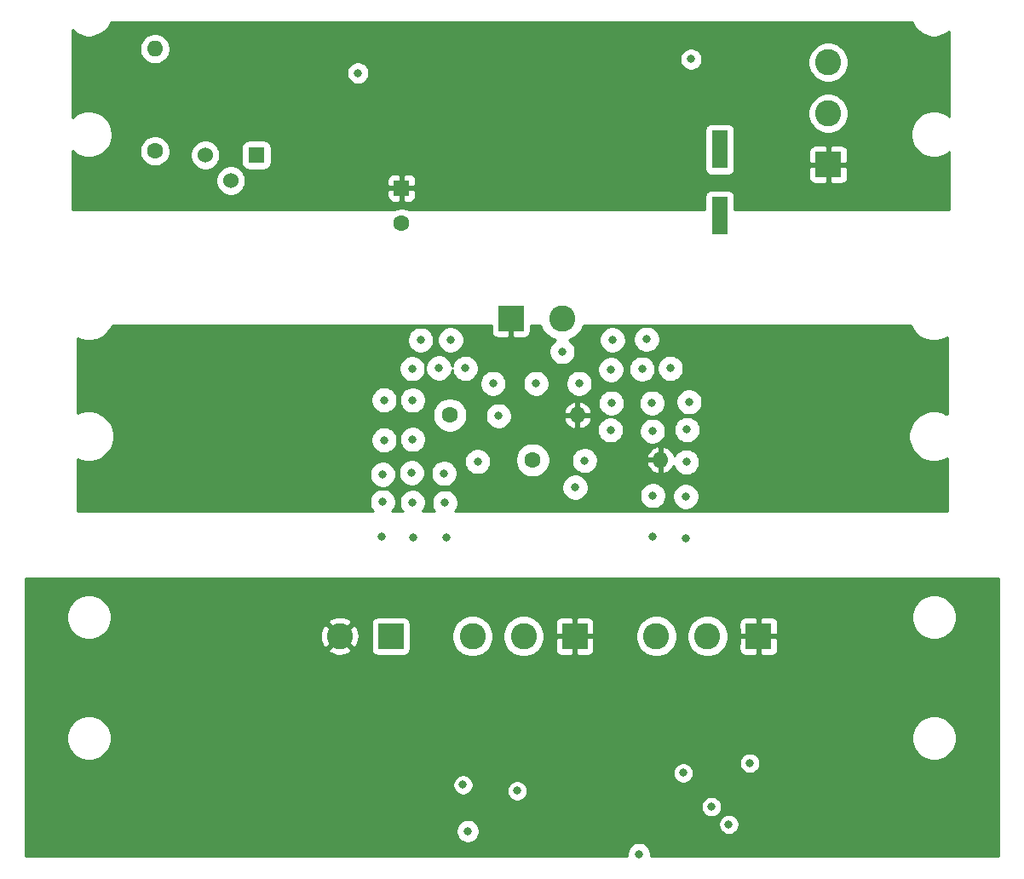
<source format=gbr>
G04 #@! TF.GenerationSoftware,KiCad,Pcbnew,(5.1.5)-3*
G04 #@! TF.CreationDate,2020-11-11T17:48:52-05:00*
G04 #@! TF.ProjectId,sensor_dmf_board,73656e73-6f72-45f6-946d-665f626f6172,rev?*
G04 #@! TF.SameCoordinates,Original*
G04 #@! TF.FileFunction,Copper,L2,Inr*
G04 #@! TF.FilePolarity,Positive*
%FSLAX46Y46*%
G04 Gerber Fmt 4.6, Leading zero omitted, Abs format (unit mm)*
G04 Created by KiCad (PCBNEW (5.1.5)-3) date 2020-11-11 17:48:52*
%MOMM*%
%LPD*%
G04 APERTURE LIST*
%ADD10O,1.600000X1.600000*%
%ADD11C,1.600000*%
%ADD12C,2.600000*%
%ADD13R,2.600000X2.600000*%
%ADD14R,1.524000X3.762000*%
%ADD15C,1.524000*%
%ADD16R,1.524000X1.524000*%
%ADD17R,1.600000X1.600000*%
%ADD18C,0.800000*%
%ADD19C,0.254000*%
G04 APERTURE END LIST*
D10*
X156580840Y-104894380D03*
D11*
X143880840Y-104894380D03*
D10*
X164807900Y-109357160D03*
D11*
X152107900Y-109357160D03*
D12*
X132938520Y-126880620D03*
D13*
X138018520Y-126880620D03*
D12*
X181493160Y-69840000D03*
X181493160Y-74920000D03*
D13*
X181493160Y-80000000D03*
D14*
X170693080Y-85102700D03*
X170693080Y-78498700D03*
D12*
X164401500Y-126880620D03*
X169481500Y-126880620D03*
D13*
X174561500Y-126880620D03*
D12*
X146130010Y-126880620D03*
X151210010Y-126880620D03*
D13*
X156290010Y-126880620D03*
D12*
X155036520Y-95313500D03*
D13*
X149956520Y-95313500D03*
D10*
X114571780Y-68498720D03*
D11*
X114571780Y-78658720D03*
D15*
X119573040Y-79054960D03*
X122113040Y-81594960D03*
D16*
X124653040Y-79054960D03*
D11*
X139087860Y-85829020D03*
D17*
X139087860Y-82329020D03*
D18*
X153423620Y-134048500D03*
X133771640Y-136631680D03*
X139438380Y-137843260D03*
X135077200Y-145760440D03*
X139578080Y-141526260D03*
X161785300Y-137261600D03*
X161297620Y-143123920D03*
X167566340Y-138694160D03*
X170025060Y-134226300D03*
X161518600Y-146593560D03*
X174871151Y-140201016D03*
X148493480Y-137439400D03*
X167076120Y-140467080D03*
X173690280Y-139491720D03*
X156333520Y-112083520D03*
X143951960Y-97424240D03*
X140967460Y-97449640D03*
X140190220Y-103405940D03*
X140190220Y-107304840D03*
X140088620Y-110637320D03*
X163982400Y-103713280D03*
X159931100Y-103713280D03*
X164063680Y-112892840D03*
X164063680Y-116989860D03*
X140131800Y-100281740D03*
X142788640Y-100230940D03*
X145420080Y-100256340D03*
X160042860Y-97424240D03*
X163433760Y-97373440D03*
X159893000Y-100383340D03*
X162979100Y-100332540D03*
X165788340Y-100256340D03*
X159842200Y-106380280D03*
X164015420Y-106507280D03*
X167457120Y-106354880D03*
X167647620Y-103581200D03*
X137337800Y-103395780D03*
X137337800Y-107378500D03*
X137213340Y-110802420D03*
X137213340Y-113540540D03*
X137149840Y-116964460D03*
X167383460Y-109573060D03*
X167330120Y-112996980D03*
X143309340Y-110690660D03*
X140180060Y-113586260D03*
X143390620Y-113629440D03*
X140202920Y-117073680D03*
X143537940Y-117094000D03*
X167330120Y-117180360D03*
X148727160Y-104983280D03*
X157276800Y-109413040D03*
X148165820Y-101765100D03*
X152458420Y-101765100D03*
X156720540Y-101765100D03*
X155031440Y-98595180D03*
X146638010Y-109518450D03*
X145669000Y-146258280D03*
X162674300Y-148539200D03*
X134744460Y-70904100D03*
X167853360Y-69522340D03*
X149941280Y-98783140D03*
X150573740Y-142245080D03*
X145181226Y-141646930D03*
X171597320Y-145580100D03*
X169887900Y-143830040D03*
D19*
G36*
X148018448Y-96613500D02*
G01*
X148030708Y-96737982D01*
X148067018Y-96857680D01*
X148125983Y-96967994D01*
X148205335Y-97064685D01*
X148302026Y-97144037D01*
X148412340Y-97203002D01*
X148532038Y-97239312D01*
X148656520Y-97251572D01*
X149670770Y-97248500D01*
X149829520Y-97089750D01*
X149829520Y-95958660D01*
X150083520Y-95958660D01*
X150083520Y-97089750D01*
X150242270Y-97248500D01*
X151256520Y-97251572D01*
X151381002Y-97239312D01*
X151500700Y-97203002D01*
X151611014Y-97144037D01*
X151707705Y-97064685D01*
X151787057Y-96967994D01*
X151846022Y-96857680D01*
X151882332Y-96737982D01*
X151894592Y-96613500D01*
X151892609Y-95958660D01*
X152894220Y-95958660D01*
X152895102Y-95963092D01*
X153062978Y-96368380D01*
X153306696Y-96733130D01*
X153616890Y-97043324D01*
X153981640Y-97287042D01*
X154363778Y-97445329D01*
X154185527Y-97564432D01*
X154000692Y-97749267D01*
X153855468Y-97966610D01*
X153755436Y-98208108D01*
X153704440Y-98464482D01*
X153704440Y-98725878D01*
X153755436Y-98982252D01*
X153855468Y-99223750D01*
X154000692Y-99441093D01*
X154185527Y-99625928D01*
X154402870Y-99771152D01*
X154644368Y-99871184D01*
X154900742Y-99922180D01*
X155162138Y-99922180D01*
X155418512Y-99871184D01*
X155660010Y-99771152D01*
X155877353Y-99625928D01*
X156062188Y-99441093D01*
X156207412Y-99223750D01*
X156307444Y-98982252D01*
X156358440Y-98725878D01*
X156358440Y-98464482D01*
X156307444Y-98208108D01*
X156207412Y-97966610D01*
X156062188Y-97749267D01*
X155877353Y-97564432D01*
X155702991Y-97447927D01*
X156075707Y-97293542D01*
X158715860Y-97293542D01*
X158715860Y-97554938D01*
X158766856Y-97811312D01*
X158866888Y-98052810D01*
X159012112Y-98270153D01*
X159196947Y-98454988D01*
X159414290Y-98600212D01*
X159655788Y-98700244D01*
X159912162Y-98751240D01*
X160173558Y-98751240D01*
X160429932Y-98700244D01*
X160671430Y-98600212D01*
X160888773Y-98454988D01*
X161073608Y-98270153D01*
X161218832Y-98052810D01*
X161318864Y-97811312D01*
X161369860Y-97554938D01*
X161369860Y-97293542D01*
X161359756Y-97242742D01*
X162106760Y-97242742D01*
X162106760Y-97504138D01*
X162157756Y-97760512D01*
X162257788Y-98002010D01*
X162403012Y-98219353D01*
X162587847Y-98404188D01*
X162805190Y-98549412D01*
X163046688Y-98649444D01*
X163303062Y-98700440D01*
X163564458Y-98700440D01*
X163820832Y-98649444D01*
X164062330Y-98549412D01*
X164279673Y-98404188D01*
X164464508Y-98219353D01*
X164609732Y-98002010D01*
X164709764Y-97760512D01*
X164760760Y-97504138D01*
X164760760Y-97242742D01*
X164709764Y-96986368D01*
X164609732Y-96744870D01*
X164464508Y-96527527D01*
X164279673Y-96342692D01*
X164062330Y-96197468D01*
X163820832Y-96097436D01*
X163564458Y-96046440D01*
X163303062Y-96046440D01*
X163046688Y-96097436D01*
X162805190Y-96197468D01*
X162587847Y-96342692D01*
X162403012Y-96527527D01*
X162257788Y-96744870D01*
X162157756Y-96986368D01*
X162106760Y-97242742D01*
X161359756Y-97242742D01*
X161318864Y-97037168D01*
X161218832Y-96795670D01*
X161073608Y-96578327D01*
X160888773Y-96393492D01*
X160671430Y-96248268D01*
X160429932Y-96148236D01*
X160173558Y-96097240D01*
X159912162Y-96097240D01*
X159655788Y-96148236D01*
X159414290Y-96248268D01*
X159196947Y-96393492D01*
X159012112Y-96578327D01*
X158866888Y-96795670D01*
X158766856Y-97037168D01*
X158715860Y-97293542D01*
X156075707Y-97293542D01*
X156091400Y-97287042D01*
X156456150Y-97043324D01*
X156766344Y-96733130D01*
X157010062Y-96368380D01*
X157177938Y-95963092D01*
X157178820Y-95958660D01*
X189661885Y-95958660D01*
X189760602Y-96196983D01*
X190037151Y-96610869D01*
X190389131Y-96962849D01*
X190803017Y-97239398D01*
X191262901Y-97429889D01*
X191751112Y-97527000D01*
X192248888Y-97527000D01*
X192737099Y-97429889D01*
X193196983Y-97239398D01*
X193299080Y-97171179D01*
X193299080Y-104828821D01*
X193196983Y-104760602D01*
X192737099Y-104570111D01*
X192248888Y-104473000D01*
X191751112Y-104473000D01*
X191262901Y-104570111D01*
X190803017Y-104760602D01*
X190389131Y-105037151D01*
X190037151Y-105389131D01*
X189760602Y-105803017D01*
X189570111Y-106262901D01*
X189473000Y-106751112D01*
X189473000Y-107248888D01*
X189570111Y-107737099D01*
X189760602Y-108196983D01*
X190037151Y-108610869D01*
X190389131Y-108962849D01*
X190803017Y-109239398D01*
X191262901Y-109429889D01*
X191751112Y-109527000D01*
X192248888Y-109527000D01*
X192737099Y-109429889D01*
X193196983Y-109239398D01*
X193299080Y-109171179D01*
X193299080Y-114472720D01*
X144423127Y-114472720D01*
X144566592Y-114258010D01*
X144666624Y-114016512D01*
X144717620Y-113760138D01*
X144717620Y-113498742D01*
X144666624Y-113242368D01*
X144566592Y-113000870D01*
X144421368Y-112783527D01*
X144236533Y-112598692D01*
X144019190Y-112453468D01*
X143777692Y-112353436D01*
X143521318Y-112302440D01*
X143259922Y-112302440D01*
X143003548Y-112353436D01*
X142762050Y-112453468D01*
X142544707Y-112598692D01*
X142359872Y-112783527D01*
X142214648Y-113000870D01*
X142114616Y-113242368D01*
X142063620Y-113498742D01*
X142063620Y-113760138D01*
X142114616Y-114016512D01*
X142214648Y-114258010D01*
X142358113Y-114472720D01*
X141170261Y-114472720D01*
X141210808Y-114432173D01*
X141356032Y-114214830D01*
X141456064Y-113973332D01*
X141507060Y-113716958D01*
X141507060Y-113455562D01*
X141456064Y-113199188D01*
X141356032Y-112957690D01*
X141210808Y-112740347D01*
X141025973Y-112555512D01*
X140808630Y-112410288D01*
X140567132Y-112310256D01*
X140310758Y-112259260D01*
X140049362Y-112259260D01*
X139792988Y-112310256D01*
X139551490Y-112410288D01*
X139334147Y-112555512D01*
X139149312Y-112740347D01*
X139004088Y-112957690D01*
X138904056Y-113199188D01*
X138853060Y-113455562D01*
X138853060Y-113716958D01*
X138904056Y-113973332D01*
X139004088Y-114214830D01*
X139149312Y-114432173D01*
X139189859Y-114472720D01*
X138157821Y-114472720D01*
X138244088Y-114386453D01*
X138389312Y-114169110D01*
X138489344Y-113927612D01*
X138540340Y-113671238D01*
X138540340Y-113409842D01*
X138489344Y-113153468D01*
X138389312Y-112911970D01*
X138244088Y-112694627D01*
X138059253Y-112509792D01*
X137841910Y-112364568D01*
X137600412Y-112264536D01*
X137344038Y-112213540D01*
X137082642Y-112213540D01*
X136826268Y-112264536D01*
X136584770Y-112364568D01*
X136367427Y-112509792D01*
X136182592Y-112694627D01*
X136037368Y-112911970D01*
X135937336Y-113153468D01*
X135886340Y-113409842D01*
X135886340Y-113671238D01*
X135937336Y-113927612D01*
X136037368Y-114169110D01*
X136182592Y-114386453D01*
X136268859Y-114472720D01*
X106862880Y-114472720D01*
X106862880Y-110671722D01*
X135886340Y-110671722D01*
X135886340Y-110933118D01*
X135937336Y-111189492D01*
X136037368Y-111430990D01*
X136182592Y-111648333D01*
X136367427Y-111833168D01*
X136584770Y-111978392D01*
X136826268Y-112078424D01*
X137082642Y-112129420D01*
X137344038Y-112129420D01*
X137600412Y-112078424D01*
X137841910Y-111978392D01*
X138059253Y-111833168D01*
X138244088Y-111648333D01*
X138389312Y-111430990D01*
X138489344Y-111189492D01*
X138540340Y-110933118D01*
X138540340Y-110671722D01*
X138507500Y-110506622D01*
X138761620Y-110506622D01*
X138761620Y-110768018D01*
X138812616Y-111024392D01*
X138912648Y-111265890D01*
X139057872Y-111483233D01*
X139242707Y-111668068D01*
X139460050Y-111813292D01*
X139701548Y-111913324D01*
X139957922Y-111964320D01*
X140219318Y-111964320D01*
X140475692Y-111913324D01*
X140717190Y-111813292D01*
X140934533Y-111668068D01*
X141119368Y-111483233D01*
X141264592Y-111265890D01*
X141364624Y-111024392D01*
X141415620Y-110768018D01*
X141415620Y-110559962D01*
X141982340Y-110559962D01*
X141982340Y-110821358D01*
X142033336Y-111077732D01*
X142133368Y-111319230D01*
X142278592Y-111536573D01*
X142463427Y-111721408D01*
X142680770Y-111866632D01*
X142922268Y-111966664D01*
X143178642Y-112017660D01*
X143440038Y-112017660D01*
X143696412Y-111966664D01*
X143729829Y-111952822D01*
X155006520Y-111952822D01*
X155006520Y-112214218D01*
X155057516Y-112470592D01*
X155157548Y-112712090D01*
X155302772Y-112929433D01*
X155487607Y-113114268D01*
X155704950Y-113259492D01*
X155946448Y-113359524D01*
X156202822Y-113410520D01*
X156464218Y-113410520D01*
X156720592Y-113359524D01*
X156962090Y-113259492D01*
X157179433Y-113114268D01*
X157364268Y-112929433D01*
X157476048Y-112762142D01*
X162736680Y-112762142D01*
X162736680Y-113023538D01*
X162787676Y-113279912D01*
X162887708Y-113521410D01*
X163032932Y-113738753D01*
X163217767Y-113923588D01*
X163435110Y-114068812D01*
X163676608Y-114168844D01*
X163932982Y-114219840D01*
X164194378Y-114219840D01*
X164450752Y-114168844D01*
X164692250Y-114068812D01*
X164909593Y-113923588D01*
X165094428Y-113738753D01*
X165239652Y-113521410D01*
X165339684Y-113279912D01*
X165390680Y-113023538D01*
X165390680Y-112866282D01*
X166003120Y-112866282D01*
X166003120Y-113127678D01*
X166054116Y-113384052D01*
X166154148Y-113625550D01*
X166299372Y-113842893D01*
X166484207Y-114027728D01*
X166701550Y-114172952D01*
X166943048Y-114272984D01*
X167199422Y-114323980D01*
X167460818Y-114323980D01*
X167717192Y-114272984D01*
X167958690Y-114172952D01*
X168176033Y-114027728D01*
X168360868Y-113842893D01*
X168506092Y-113625550D01*
X168606124Y-113384052D01*
X168657120Y-113127678D01*
X168657120Y-112866282D01*
X168606124Y-112609908D01*
X168506092Y-112368410D01*
X168360868Y-112151067D01*
X168176033Y-111966232D01*
X167958690Y-111821008D01*
X167717192Y-111720976D01*
X167460818Y-111669980D01*
X167199422Y-111669980D01*
X166943048Y-111720976D01*
X166701550Y-111821008D01*
X166484207Y-111966232D01*
X166299372Y-112151067D01*
X166154148Y-112368410D01*
X166054116Y-112609908D01*
X166003120Y-112866282D01*
X165390680Y-112866282D01*
X165390680Y-112762142D01*
X165339684Y-112505768D01*
X165239652Y-112264270D01*
X165094428Y-112046927D01*
X164909593Y-111862092D01*
X164692250Y-111716868D01*
X164450752Y-111616836D01*
X164194378Y-111565840D01*
X163932982Y-111565840D01*
X163676608Y-111616836D01*
X163435110Y-111716868D01*
X163217767Y-111862092D01*
X163032932Y-112046927D01*
X162887708Y-112264270D01*
X162787676Y-112505768D01*
X162736680Y-112762142D01*
X157476048Y-112762142D01*
X157509492Y-112712090D01*
X157609524Y-112470592D01*
X157660520Y-112214218D01*
X157660520Y-111952822D01*
X157609524Y-111696448D01*
X157509492Y-111454950D01*
X157364268Y-111237607D01*
X157179433Y-111052772D01*
X156962090Y-110907548D01*
X156720592Y-110807516D01*
X156464218Y-110756520D01*
X156202822Y-110756520D01*
X155946448Y-110807516D01*
X155704950Y-110907548D01*
X155487607Y-111052772D01*
X155302772Y-111237607D01*
X155157548Y-111454950D01*
X155057516Y-111696448D01*
X155006520Y-111952822D01*
X143729829Y-111952822D01*
X143937910Y-111866632D01*
X144155253Y-111721408D01*
X144340088Y-111536573D01*
X144485312Y-111319230D01*
X144585344Y-111077732D01*
X144636340Y-110821358D01*
X144636340Y-110559962D01*
X144585344Y-110303588D01*
X144485312Y-110062090D01*
X144340088Y-109844747D01*
X144155253Y-109659912D01*
X143937910Y-109514688D01*
X143696412Y-109414656D01*
X143561157Y-109387752D01*
X145311010Y-109387752D01*
X145311010Y-109649148D01*
X145362006Y-109905522D01*
X145462038Y-110147020D01*
X145607262Y-110364363D01*
X145792097Y-110549198D01*
X146009440Y-110694422D01*
X146250938Y-110794454D01*
X146507312Y-110845450D01*
X146768708Y-110845450D01*
X147025082Y-110794454D01*
X147266580Y-110694422D01*
X147483923Y-110549198D01*
X147668758Y-110364363D01*
X147813982Y-110147020D01*
X147914014Y-109905522D01*
X147965010Y-109649148D01*
X147965010Y-109387752D01*
X147925091Y-109187065D01*
X150380900Y-109187065D01*
X150380900Y-109527255D01*
X150447268Y-109860907D01*
X150577453Y-110175201D01*
X150766452Y-110458058D01*
X151007002Y-110698608D01*
X151289859Y-110887607D01*
X151604153Y-111017792D01*
X151937805Y-111084160D01*
X152277995Y-111084160D01*
X152611647Y-111017792D01*
X152925941Y-110887607D01*
X153208798Y-110698608D01*
X153449348Y-110458058D01*
X153638347Y-110175201D01*
X153768532Y-109860907D01*
X153834900Y-109527255D01*
X153834900Y-109282342D01*
X155949800Y-109282342D01*
X155949800Y-109543738D01*
X156000796Y-109800112D01*
X156100828Y-110041610D01*
X156246052Y-110258953D01*
X156430887Y-110443788D01*
X156648230Y-110589012D01*
X156889728Y-110689044D01*
X157146102Y-110740040D01*
X157407498Y-110740040D01*
X157663872Y-110689044D01*
X157905370Y-110589012D01*
X158122713Y-110443788D01*
X158307548Y-110258953D01*
X158452772Y-110041610D01*
X158552804Y-109800112D01*
X158571484Y-109706199D01*
X163415996Y-109706199D01*
X163456654Y-109840247D01*
X163576863Y-110094580D01*
X163744381Y-110320574D01*
X163952769Y-110509545D01*
X164194019Y-110654230D01*
X164458860Y-110749069D01*
X164680900Y-110627784D01*
X164680900Y-109484160D01*
X163537985Y-109484160D01*
X163415996Y-109706199D01*
X158571484Y-109706199D01*
X158603800Y-109543738D01*
X158603800Y-109282342D01*
X158552804Y-109025968D01*
X158545412Y-109008121D01*
X163415996Y-109008121D01*
X163537985Y-109230160D01*
X164680900Y-109230160D01*
X164680900Y-108086536D01*
X164934900Y-108086536D01*
X164934900Y-109230160D01*
X164954900Y-109230160D01*
X164954900Y-109484160D01*
X164934900Y-109484160D01*
X164934900Y-110627784D01*
X165156940Y-110749069D01*
X165421781Y-110654230D01*
X165663031Y-110509545D01*
X165871419Y-110320574D01*
X166038937Y-110094580D01*
X166105983Y-109952727D01*
X166107456Y-109960132D01*
X166207488Y-110201630D01*
X166352712Y-110418973D01*
X166537547Y-110603808D01*
X166754890Y-110749032D01*
X166996388Y-110849064D01*
X167252762Y-110900060D01*
X167514158Y-110900060D01*
X167770532Y-110849064D01*
X168012030Y-110749032D01*
X168229373Y-110603808D01*
X168414208Y-110418973D01*
X168559432Y-110201630D01*
X168659464Y-109960132D01*
X168710460Y-109703758D01*
X168710460Y-109442362D01*
X168659464Y-109185988D01*
X168559432Y-108944490D01*
X168414208Y-108727147D01*
X168229373Y-108542312D01*
X168012030Y-108397088D01*
X167770532Y-108297056D01*
X167514158Y-108246060D01*
X167252762Y-108246060D01*
X166996388Y-108297056D01*
X166754890Y-108397088D01*
X166537547Y-108542312D01*
X166352712Y-108727147D01*
X166207488Y-108944490D01*
X166191911Y-108982097D01*
X166159146Y-108874073D01*
X166038937Y-108619740D01*
X165871419Y-108393746D01*
X165663031Y-108204775D01*
X165421781Y-108060090D01*
X165156940Y-107965251D01*
X164934900Y-108086536D01*
X164680900Y-108086536D01*
X164458860Y-107965251D01*
X164194019Y-108060090D01*
X163952769Y-108204775D01*
X163744381Y-108393746D01*
X163576863Y-108619740D01*
X163456654Y-108874073D01*
X163415996Y-109008121D01*
X158545412Y-109008121D01*
X158452772Y-108784470D01*
X158307548Y-108567127D01*
X158122713Y-108382292D01*
X157905370Y-108237068D01*
X157663872Y-108137036D01*
X157407498Y-108086040D01*
X157146102Y-108086040D01*
X156889728Y-108137036D01*
X156648230Y-108237068D01*
X156430887Y-108382292D01*
X156246052Y-108567127D01*
X156100828Y-108784470D01*
X156000796Y-109025968D01*
X155949800Y-109282342D01*
X153834900Y-109282342D01*
X153834900Y-109187065D01*
X153768532Y-108853413D01*
X153638347Y-108539119D01*
X153449348Y-108256262D01*
X153208798Y-108015712D01*
X152925941Y-107826713D01*
X152611647Y-107696528D01*
X152277995Y-107630160D01*
X151937805Y-107630160D01*
X151604153Y-107696528D01*
X151289859Y-107826713D01*
X151007002Y-108015712D01*
X150766452Y-108256262D01*
X150577453Y-108539119D01*
X150447268Y-108853413D01*
X150380900Y-109187065D01*
X147925091Y-109187065D01*
X147914014Y-109131378D01*
X147813982Y-108889880D01*
X147668758Y-108672537D01*
X147483923Y-108487702D01*
X147266580Y-108342478D01*
X147025082Y-108242446D01*
X146768708Y-108191450D01*
X146507312Y-108191450D01*
X146250938Y-108242446D01*
X146009440Y-108342478D01*
X145792097Y-108487702D01*
X145607262Y-108672537D01*
X145462038Y-108889880D01*
X145362006Y-109131378D01*
X145311010Y-109387752D01*
X143561157Y-109387752D01*
X143440038Y-109363660D01*
X143178642Y-109363660D01*
X142922268Y-109414656D01*
X142680770Y-109514688D01*
X142463427Y-109659912D01*
X142278592Y-109844747D01*
X142133368Y-110062090D01*
X142033336Y-110303588D01*
X141982340Y-110559962D01*
X141415620Y-110559962D01*
X141415620Y-110506622D01*
X141364624Y-110250248D01*
X141264592Y-110008750D01*
X141119368Y-109791407D01*
X140934533Y-109606572D01*
X140717190Y-109461348D01*
X140475692Y-109361316D01*
X140219318Y-109310320D01*
X139957922Y-109310320D01*
X139701548Y-109361316D01*
X139460050Y-109461348D01*
X139242707Y-109606572D01*
X139057872Y-109791407D01*
X138912648Y-110008750D01*
X138812616Y-110250248D01*
X138761620Y-110506622D01*
X138507500Y-110506622D01*
X138489344Y-110415348D01*
X138389312Y-110173850D01*
X138244088Y-109956507D01*
X138059253Y-109771672D01*
X137841910Y-109626448D01*
X137600412Y-109526416D01*
X137344038Y-109475420D01*
X137082642Y-109475420D01*
X136826268Y-109526416D01*
X136584770Y-109626448D01*
X136367427Y-109771672D01*
X136182592Y-109956507D01*
X136037368Y-110173850D01*
X135937336Y-110415348D01*
X135886340Y-110671722D01*
X106862880Y-110671722D01*
X106862880Y-109264194D01*
X107262901Y-109429889D01*
X107751112Y-109527000D01*
X108248888Y-109527000D01*
X108737099Y-109429889D01*
X109196983Y-109239398D01*
X109610869Y-108962849D01*
X109962849Y-108610869D01*
X110239398Y-108196983D01*
X110429889Y-107737099D01*
X110527000Y-107248888D01*
X110527000Y-107247802D01*
X136010800Y-107247802D01*
X136010800Y-107509198D01*
X136061796Y-107765572D01*
X136161828Y-108007070D01*
X136307052Y-108224413D01*
X136491887Y-108409248D01*
X136709230Y-108554472D01*
X136950728Y-108654504D01*
X137207102Y-108705500D01*
X137468498Y-108705500D01*
X137724872Y-108654504D01*
X137966370Y-108554472D01*
X138183713Y-108409248D01*
X138368548Y-108224413D01*
X138513772Y-108007070D01*
X138613804Y-107765572D01*
X138664800Y-107509198D01*
X138664800Y-107247802D01*
X138650149Y-107174142D01*
X138863220Y-107174142D01*
X138863220Y-107435538D01*
X138914216Y-107691912D01*
X139014248Y-107933410D01*
X139159472Y-108150753D01*
X139344307Y-108335588D01*
X139561650Y-108480812D01*
X139803148Y-108580844D01*
X140059522Y-108631840D01*
X140320918Y-108631840D01*
X140577292Y-108580844D01*
X140818790Y-108480812D01*
X141036133Y-108335588D01*
X141220968Y-108150753D01*
X141366192Y-107933410D01*
X141466224Y-107691912D01*
X141517220Y-107435538D01*
X141517220Y-107174142D01*
X141466224Y-106917768D01*
X141366192Y-106676270D01*
X141220968Y-106458927D01*
X141036133Y-106274092D01*
X140818790Y-106128868D01*
X140577292Y-106028836D01*
X140320918Y-105977840D01*
X140059522Y-105977840D01*
X139803148Y-106028836D01*
X139561650Y-106128868D01*
X139344307Y-106274092D01*
X139159472Y-106458927D01*
X139014248Y-106676270D01*
X138914216Y-106917768D01*
X138863220Y-107174142D01*
X138650149Y-107174142D01*
X138613804Y-106991428D01*
X138513772Y-106749930D01*
X138368548Y-106532587D01*
X138183713Y-106347752D01*
X137966370Y-106202528D01*
X137724872Y-106102496D01*
X137468498Y-106051500D01*
X137207102Y-106051500D01*
X136950728Y-106102496D01*
X136709230Y-106202528D01*
X136491887Y-106347752D01*
X136307052Y-106532587D01*
X136161828Y-106749930D01*
X136061796Y-106991428D01*
X136010800Y-107247802D01*
X110527000Y-107247802D01*
X110527000Y-106751112D01*
X110429889Y-106262901D01*
X110239398Y-105803017D01*
X109962849Y-105389131D01*
X109610869Y-105037151D01*
X109196983Y-104760602D01*
X108737099Y-104570111D01*
X108248888Y-104473000D01*
X107751112Y-104473000D01*
X107262901Y-104570111D01*
X106862880Y-104735806D01*
X106862880Y-103265082D01*
X136010800Y-103265082D01*
X136010800Y-103526478D01*
X136061796Y-103782852D01*
X136161828Y-104024350D01*
X136307052Y-104241693D01*
X136491887Y-104426528D01*
X136709230Y-104571752D01*
X136950728Y-104671784D01*
X137207102Y-104722780D01*
X137468498Y-104722780D01*
X137724872Y-104671784D01*
X137966370Y-104571752D01*
X138183713Y-104426528D01*
X138368548Y-104241693D01*
X138513772Y-104024350D01*
X138613804Y-103782852D01*
X138664800Y-103526478D01*
X138664800Y-103275242D01*
X138863220Y-103275242D01*
X138863220Y-103536638D01*
X138914216Y-103793012D01*
X139014248Y-104034510D01*
X139159472Y-104251853D01*
X139344307Y-104436688D01*
X139561650Y-104581912D01*
X139803148Y-104681944D01*
X140059522Y-104732940D01*
X140320918Y-104732940D01*
X140364429Y-104724285D01*
X142153840Y-104724285D01*
X142153840Y-105064475D01*
X142220208Y-105398127D01*
X142350393Y-105712421D01*
X142539392Y-105995278D01*
X142779942Y-106235828D01*
X143062799Y-106424827D01*
X143377093Y-106555012D01*
X143710745Y-106621380D01*
X144050935Y-106621380D01*
X144384587Y-106555012D01*
X144698881Y-106424827D01*
X144981738Y-106235828D01*
X145222288Y-105995278D01*
X145411287Y-105712421D01*
X145541472Y-105398127D01*
X145607840Y-105064475D01*
X145607840Y-104852582D01*
X147400160Y-104852582D01*
X147400160Y-105113978D01*
X147451156Y-105370352D01*
X147551188Y-105611850D01*
X147696412Y-105829193D01*
X147881247Y-106014028D01*
X148098590Y-106159252D01*
X148340088Y-106259284D01*
X148596462Y-106310280D01*
X148857858Y-106310280D01*
X149114232Y-106259284D01*
X149355730Y-106159252D01*
X149573073Y-106014028D01*
X149757908Y-105829193D01*
X149903132Y-105611850D01*
X150003164Y-105370352D01*
X150028412Y-105243419D01*
X155188936Y-105243419D01*
X155229594Y-105377467D01*
X155349803Y-105631800D01*
X155517321Y-105857794D01*
X155725709Y-106046765D01*
X155966959Y-106191450D01*
X156231800Y-106286289D01*
X156453840Y-106165004D01*
X156453840Y-105021380D01*
X156707840Y-105021380D01*
X156707840Y-106165004D01*
X156929880Y-106286289D01*
X157032385Y-106249582D01*
X158515200Y-106249582D01*
X158515200Y-106510978D01*
X158566196Y-106767352D01*
X158666228Y-107008850D01*
X158811452Y-107226193D01*
X158996287Y-107411028D01*
X159213630Y-107556252D01*
X159455128Y-107656284D01*
X159711502Y-107707280D01*
X159972898Y-107707280D01*
X160229272Y-107656284D01*
X160470770Y-107556252D01*
X160688113Y-107411028D01*
X160872948Y-107226193D01*
X161018172Y-107008850D01*
X161118204Y-106767352D01*
X161169200Y-106510978D01*
X161169200Y-106376582D01*
X162688420Y-106376582D01*
X162688420Y-106637978D01*
X162739416Y-106894352D01*
X162839448Y-107135850D01*
X162984672Y-107353193D01*
X163169507Y-107538028D01*
X163386850Y-107683252D01*
X163628348Y-107783284D01*
X163884722Y-107834280D01*
X164146118Y-107834280D01*
X164402492Y-107783284D01*
X164643990Y-107683252D01*
X164861333Y-107538028D01*
X165046168Y-107353193D01*
X165191392Y-107135850D01*
X165291424Y-106894352D01*
X165342420Y-106637978D01*
X165342420Y-106376582D01*
X165312106Y-106224182D01*
X166130120Y-106224182D01*
X166130120Y-106485578D01*
X166181116Y-106741952D01*
X166281148Y-106983450D01*
X166426372Y-107200793D01*
X166611207Y-107385628D01*
X166828550Y-107530852D01*
X167070048Y-107630884D01*
X167326422Y-107681880D01*
X167587818Y-107681880D01*
X167844192Y-107630884D01*
X168085690Y-107530852D01*
X168303033Y-107385628D01*
X168487868Y-107200793D01*
X168633092Y-106983450D01*
X168733124Y-106741952D01*
X168784120Y-106485578D01*
X168784120Y-106224182D01*
X168733124Y-105967808D01*
X168633092Y-105726310D01*
X168487868Y-105508967D01*
X168303033Y-105324132D01*
X168085690Y-105178908D01*
X167844192Y-105078876D01*
X167587818Y-105027880D01*
X167326422Y-105027880D01*
X167070048Y-105078876D01*
X166828550Y-105178908D01*
X166611207Y-105324132D01*
X166426372Y-105508967D01*
X166281148Y-105726310D01*
X166181116Y-105967808D01*
X166130120Y-106224182D01*
X165312106Y-106224182D01*
X165291424Y-106120208D01*
X165191392Y-105878710D01*
X165046168Y-105661367D01*
X164861333Y-105476532D01*
X164643990Y-105331308D01*
X164402492Y-105231276D01*
X164146118Y-105180280D01*
X163884722Y-105180280D01*
X163628348Y-105231276D01*
X163386850Y-105331308D01*
X163169507Y-105476532D01*
X162984672Y-105661367D01*
X162839448Y-105878710D01*
X162739416Y-106120208D01*
X162688420Y-106376582D01*
X161169200Y-106376582D01*
X161169200Y-106249582D01*
X161118204Y-105993208D01*
X161018172Y-105751710D01*
X160872948Y-105534367D01*
X160688113Y-105349532D01*
X160470770Y-105204308D01*
X160229272Y-105104276D01*
X159972898Y-105053280D01*
X159711502Y-105053280D01*
X159455128Y-105104276D01*
X159213630Y-105204308D01*
X158996287Y-105349532D01*
X158811452Y-105534367D01*
X158666228Y-105751710D01*
X158566196Y-105993208D01*
X158515200Y-106249582D01*
X157032385Y-106249582D01*
X157194721Y-106191450D01*
X157435971Y-106046765D01*
X157644359Y-105857794D01*
X157811877Y-105631800D01*
X157932086Y-105377467D01*
X157972744Y-105243419D01*
X157850755Y-105021380D01*
X156707840Y-105021380D01*
X156453840Y-105021380D01*
X155310925Y-105021380D01*
X155188936Y-105243419D01*
X150028412Y-105243419D01*
X150054160Y-105113978D01*
X150054160Y-104852582D01*
X150003164Y-104596208D01*
X149982095Y-104545341D01*
X155188936Y-104545341D01*
X155310925Y-104767380D01*
X156453840Y-104767380D01*
X156453840Y-103623756D01*
X156707840Y-103623756D01*
X156707840Y-104767380D01*
X157850755Y-104767380D01*
X157972744Y-104545341D01*
X157932086Y-104411293D01*
X157811877Y-104156960D01*
X157644359Y-103930966D01*
X157435971Y-103741995D01*
X157194721Y-103597310D01*
X157153593Y-103582582D01*
X158604100Y-103582582D01*
X158604100Y-103843978D01*
X158655096Y-104100352D01*
X158755128Y-104341850D01*
X158900352Y-104559193D01*
X159085187Y-104744028D01*
X159302530Y-104889252D01*
X159544028Y-104989284D01*
X159800402Y-105040280D01*
X160061798Y-105040280D01*
X160318172Y-104989284D01*
X160559670Y-104889252D01*
X160777013Y-104744028D01*
X160961848Y-104559193D01*
X161107072Y-104341850D01*
X161207104Y-104100352D01*
X161258100Y-103843978D01*
X161258100Y-103582582D01*
X162655400Y-103582582D01*
X162655400Y-103843978D01*
X162706396Y-104100352D01*
X162806428Y-104341850D01*
X162951652Y-104559193D01*
X163136487Y-104744028D01*
X163353830Y-104889252D01*
X163595328Y-104989284D01*
X163851702Y-105040280D01*
X164113098Y-105040280D01*
X164369472Y-104989284D01*
X164610970Y-104889252D01*
X164828313Y-104744028D01*
X165013148Y-104559193D01*
X165158372Y-104341850D01*
X165258404Y-104100352D01*
X165309400Y-103843978D01*
X165309400Y-103582582D01*
X165283128Y-103450502D01*
X166320620Y-103450502D01*
X166320620Y-103711898D01*
X166371616Y-103968272D01*
X166471648Y-104209770D01*
X166616872Y-104427113D01*
X166801707Y-104611948D01*
X167019050Y-104757172D01*
X167260548Y-104857204D01*
X167516922Y-104908200D01*
X167778318Y-104908200D01*
X168034692Y-104857204D01*
X168276190Y-104757172D01*
X168493533Y-104611948D01*
X168678368Y-104427113D01*
X168823592Y-104209770D01*
X168923624Y-103968272D01*
X168974620Y-103711898D01*
X168974620Y-103450502D01*
X168923624Y-103194128D01*
X168823592Y-102952630D01*
X168678368Y-102735287D01*
X168493533Y-102550452D01*
X168276190Y-102405228D01*
X168034692Y-102305196D01*
X167778318Y-102254200D01*
X167516922Y-102254200D01*
X167260548Y-102305196D01*
X167019050Y-102405228D01*
X166801707Y-102550452D01*
X166616872Y-102735287D01*
X166471648Y-102952630D01*
X166371616Y-103194128D01*
X166320620Y-103450502D01*
X165283128Y-103450502D01*
X165258404Y-103326208D01*
X165158372Y-103084710D01*
X165013148Y-102867367D01*
X164828313Y-102682532D01*
X164610970Y-102537308D01*
X164369472Y-102437276D01*
X164113098Y-102386280D01*
X163851702Y-102386280D01*
X163595328Y-102437276D01*
X163353830Y-102537308D01*
X163136487Y-102682532D01*
X162951652Y-102867367D01*
X162806428Y-103084710D01*
X162706396Y-103326208D01*
X162655400Y-103582582D01*
X161258100Y-103582582D01*
X161207104Y-103326208D01*
X161107072Y-103084710D01*
X160961848Y-102867367D01*
X160777013Y-102682532D01*
X160559670Y-102537308D01*
X160318172Y-102437276D01*
X160061798Y-102386280D01*
X159800402Y-102386280D01*
X159544028Y-102437276D01*
X159302530Y-102537308D01*
X159085187Y-102682532D01*
X158900352Y-102867367D01*
X158755128Y-103084710D01*
X158655096Y-103326208D01*
X158604100Y-103582582D01*
X157153593Y-103582582D01*
X156929880Y-103502471D01*
X156707840Y-103623756D01*
X156453840Y-103623756D01*
X156231800Y-103502471D01*
X155966959Y-103597310D01*
X155725709Y-103741995D01*
X155517321Y-103930966D01*
X155349803Y-104156960D01*
X155229594Y-104411293D01*
X155188936Y-104545341D01*
X149982095Y-104545341D01*
X149903132Y-104354710D01*
X149757908Y-104137367D01*
X149573073Y-103952532D01*
X149355730Y-103807308D01*
X149114232Y-103707276D01*
X148857858Y-103656280D01*
X148596462Y-103656280D01*
X148340088Y-103707276D01*
X148098590Y-103807308D01*
X147881247Y-103952532D01*
X147696412Y-104137367D01*
X147551188Y-104354710D01*
X147451156Y-104596208D01*
X147400160Y-104852582D01*
X145607840Y-104852582D01*
X145607840Y-104724285D01*
X145541472Y-104390633D01*
X145411287Y-104076339D01*
X145222288Y-103793482D01*
X144981738Y-103552932D01*
X144698881Y-103363933D01*
X144384587Y-103233748D01*
X144050935Y-103167380D01*
X143710745Y-103167380D01*
X143377093Y-103233748D01*
X143062799Y-103363933D01*
X142779942Y-103552932D01*
X142539392Y-103793482D01*
X142350393Y-104076339D01*
X142220208Y-104390633D01*
X142153840Y-104724285D01*
X140364429Y-104724285D01*
X140577292Y-104681944D01*
X140818790Y-104581912D01*
X141036133Y-104436688D01*
X141220968Y-104251853D01*
X141366192Y-104034510D01*
X141466224Y-103793012D01*
X141517220Y-103536638D01*
X141517220Y-103275242D01*
X141466224Y-103018868D01*
X141366192Y-102777370D01*
X141220968Y-102560027D01*
X141036133Y-102375192D01*
X140818790Y-102229968D01*
X140577292Y-102129936D01*
X140320918Y-102078940D01*
X140059522Y-102078940D01*
X139803148Y-102129936D01*
X139561650Y-102229968D01*
X139344307Y-102375192D01*
X139159472Y-102560027D01*
X139014248Y-102777370D01*
X138914216Y-103018868D01*
X138863220Y-103275242D01*
X138664800Y-103275242D01*
X138664800Y-103265082D01*
X138613804Y-103008708D01*
X138513772Y-102767210D01*
X138368548Y-102549867D01*
X138183713Y-102365032D01*
X137966370Y-102219808D01*
X137724872Y-102119776D01*
X137468498Y-102068780D01*
X137207102Y-102068780D01*
X136950728Y-102119776D01*
X136709230Y-102219808D01*
X136491887Y-102365032D01*
X136307052Y-102549867D01*
X136161828Y-102767210D01*
X136061796Y-103008708D01*
X136010800Y-103265082D01*
X106862880Y-103265082D01*
X106862880Y-101634402D01*
X146838820Y-101634402D01*
X146838820Y-101895798D01*
X146889816Y-102152172D01*
X146989848Y-102393670D01*
X147135072Y-102611013D01*
X147319907Y-102795848D01*
X147537250Y-102941072D01*
X147778748Y-103041104D01*
X148035122Y-103092100D01*
X148296518Y-103092100D01*
X148552892Y-103041104D01*
X148794390Y-102941072D01*
X149011733Y-102795848D01*
X149196568Y-102611013D01*
X149341792Y-102393670D01*
X149441824Y-102152172D01*
X149492820Y-101895798D01*
X149492820Y-101634402D01*
X151131420Y-101634402D01*
X151131420Y-101895798D01*
X151182416Y-102152172D01*
X151282448Y-102393670D01*
X151427672Y-102611013D01*
X151612507Y-102795848D01*
X151829850Y-102941072D01*
X152071348Y-103041104D01*
X152327722Y-103092100D01*
X152589118Y-103092100D01*
X152845492Y-103041104D01*
X153086990Y-102941072D01*
X153304333Y-102795848D01*
X153489168Y-102611013D01*
X153634392Y-102393670D01*
X153734424Y-102152172D01*
X153785420Y-101895798D01*
X153785420Y-101634402D01*
X155393540Y-101634402D01*
X155393540Y-101895798D01*
X155444536Y-102152172D01*
X155544568Y-102393670D01*
X155689792Y-102611013D01*
X155874627Y-102795848D01*
X156091970Y-102941072D01*
X156333468Y-103041104D01*
X156589842Y-103092100D01*
X156851238Y-103092100D01*
X157107612Y-103041104D01*
X157349110Y-102941072D01*
X157566453Y-102795848D01*
X157751288Y-102611013D01*
X157896512Y-102393670D01*
X157996544Y-102152172D01*
X158047540Y-101895798D01*
X158047540Y-101634402D01*
X157996544Y-101378028D01*
X157896512Y-101136530D01*
X157751288Y-100919187D01*
X157566453Y-100734352D01*
X157349110Y-100589128D01*
X157107612Y-100489096D01*
X156851238Y-100438100D01*
X156589842Y-100438100D01*
X156333468Y-100489096D01*
X156091970Y-100589128D01*
X155874627Y-100734352D01*
X155689792Y-100919187D01*
X155544568Y-101136530D01*
X155444536Y-101378028D01*
X155393540Y-101634402D01*
X153785420Y-101634402D01*
X153734424Y-101378028D01*
X153634392Y-101136530D01*
X153489168Y-100919187D01*
X153304333Y-100734352D01*
X153086990Y-100589128D01*
X152845492Y-100489096D01*
X152589118Y-100438100D01*
X152327722Y-100438100D01*
X152071348Y-100489096D01*
X151829850Y-100589128D01*
X151612507Y-100734352D01*
X151427672Y-100919187D01*
X151282448Y-101136530D01*
X151182416Y-101378028D01*
X151131420Y-101634402D01*
X149492820Y-101634402D01*
X149441824Y-101378028D01*
X149341792Y-101136530D01*
X149196568Y-100919187D01*
X149011733Y-100734352D01*
X148794390Y-100589128D01*
X148552892Y-100489096D01*
X148296518Y-100438100D01*
X148035122Y-100438100D01*
X147778748Y-100489096D01*
X147537250Y-100589128D01*
X147319907Y-100734352D01*
X147135072Y-100919187D01*
X146989848Y-101136530D01*
X146889816Y-101378028D01*
X146838820Y-101634402D01*
X106862880Y-101634402D01*
X106862880Y-100151042D01*
X138804800Y-100151042D01*
X138804800Y-100412438D01*
X138855796Y-100668812D01*
X138955828Y-100910310D01*
X139101052Y-101127653D01*
X139285887Y-101312488D01*
X139503230Y-101457712D01*
X139744728Y-101557744D01*
X140001102Y-101608740D01*
X140262498Y-101608740D01*
X140518872Y-101557744D01*
X140760370Y-101457712D01*
X140977713Y-101312488D01*
X141162548Y-101127653D01*
X141307772Y-100910310D01*
X141407804Y-100668812D01*
X141458800Y-100412438D01*
X141458800Y-100151042D01*
X141448696Y-100100242D01*
X141461640Y-100100242D01*
X141461640Y-100361638D01*
X141512636Y-100618012D01*
X141612668Y-100859510D01*
X141757892Y-101076853D01*
X141942727Y-101261688D01*
X142160070Y-101406912D01*
X142401568Y-101506944D01*
X142657942Y-101557940D01*
X142919338Y-101557940D01*
X143175712Y-101506944D01*
X143417210Y-101406912D01*
X143634553Y-101261688D01*
X143819388Y-101076853D01*
X143964612Y-100859510D01*
X144064644Y-100618012D01*
X144101834Y-100431046D01*
X144144076Y-100643412D01*
X144244108Y-100884910D01*
X144389332Y-101102253D01*
X144574167Y-101287088D01*
X144791510Y-101432312D01*
X145033008Y-101532344D01*
X145289382Y-101583340D01*
X145550778Y-101583340D01*
X145807152Y-101532344D01*
X146048650Y-101432312D01*
X146265993Y-101287088D01*
X146450828Y-101102253D01*
X146596052Y-100884910D01*
X146696084Y-100643412D01*
X146747080Y-100387038D01*
X146747080Y-100252642D01*
X158566000Y-100252642D01*
X158566000Y-100514038D01*
X158616996Y-100770412D01*
X158717028Y-101011910D01*
X158862252Y-101229253D01*
X159047087Y-101414088D01*
X159264430Y-101559312D01*
X159505928Y-101659344D01*
X159762302Y-101710340D01*
X160023698Y-101710340D01*
X160280072Y-101659344D01*
X160521570Y-101559312D01*
X160738913Y-101414088D01*
X160923748Y-101229253D01*
X161068972Y-101011910D01*
X161169004Y-100770412D01*
X161220000Y-100514038D01*
X161220000Y-100252642D01*
X161209896Y-100201842D01*
X161652100Y-100201842D01*
X161652100Y-100463238D01*
X161703096Y-100719612D01*
X161803128Y-100961110D01*
X161948352Y-101178453D01*
X162133187Y-101363288D01*
X162350530Y-101508512D01*
X162592028Y-101608544D01*
X162848402Y-101659540D01*
X163109798Y-101659540D01*
X163366172Y-101608544D01*
X163607670Y-101508512D01*
X163825013Y-101363288D01*
X164009848Y-101178453D01*
X164155072Y-100961110D01*
X164255104Y-100719612D01*
X164306100Y-100463238D01*
X164306100Y-100201842D01*
X164290943Y-100125642D01*
X164461340Y-100125642D01*
X164461340Y-100387038D01*
X164512336Y-100643412D01*
X164612368Y-100884910D01*
X164757592Y-101102253D01*
X164942427Y-101287088D01*
X165159770Y-101432312D01*
X165401268Y-101532344D01*
X165657642Y-101583340D01*
X165919038Y-101583340D01*
X166175412Y-101532344D01*
X166416910Y-101432312D01*
X166634253Y-101287088D01*
X166819088Y-101102253D01*
X166964312Y-100884910D01*
X167064344Y-100643412D01*
X167115340Y-100387038D01*
X167115340Y-100125642D01*
X167064344Y-99869268D01*
X166964312Y-99627770D01*
X166819088Y-99410427D01*
X166634253Y-99225592D01*
X166416910Y-99080368D01*
X166175412Y-98980336D01*
X165919038Y-98929340D01*
X165657642Y-98929340D01*
X165401268Y-98980336D01*
X165159770Y-99080368D01*
X164942427Y-99225592D01*
X164757592Y-99410427D01*
X164612368Y-99627770D01*
X164512336Y-99869268D01*
X164461340Y-100125642D01*
X164290943Y-100125642D01*
X164255104Y-99945468D01*
X164155072Y-99703970D01*
X164009848Y-99486627D01*
X163825013Y-99301792D01*
X163607670Y-99156568D01*
X163366172Y-99056536D01*
X163109798Y-99005540D01*
X162848402Y-99005540D01*
X162592028Y-99056536D01*
X162350530Y-99156568D01*
X162133187Y-99301792D01*
X161948352Y-99486627D01*
X161803128Y-99703970D01*
X161703096Y-99945468D01*
X161652100Y-100201842D01*
X161209896Y-100201842D01*
X161169004Y-99996268D01*
X161068972Y-99754770D01*
X160923748Y-99537427D01*
X160738913Y-99352592D01*
X160521570Y-99207368D01*
X160280072Y-99107336D01*
X160023698Y-99056340D01*
X159762302Y-99056340D01*
X159505928Y-99107336D01*
X159264430Y-99207368D01*
X159047087Y-99352592D01*
X158862252Y-99537427D01*
X158717028Y-99754770D01*
X158616996Y-99996268D01*
X158566000Y-100252642D01*
X146747080Y-100252642D01*
X146747080Y-100125642D01*
X146696084Y-99869268D01*
X146596052Y-99627770D01*
X146450828Y-99410427D01*
X146265993Y-99225592D01*
X146048650Y-99080368D01*
X145807152Y-98980336D01*
X145550778Y-98929340D01*
X145289382Y-98929340D01*
X145033008Y-98980336D01*
X144791510Y-99080368D01*
X144574167Y-99225592D01*
X144389332Y-99410427D01*
X144244108Y-99627770D01*
X144144076Y-99869268D01*
X144106886Y-100056234D01*
X144064644Y-99843868D01*
X143964612Y-99602370D01*
X143819388Y-99385027D01*
X143634553Y-99200192D01*
X143417210Y-99054968D01*
X143175712Y-98954936D01*
X142919338Y-98903940D01*
X142657942Y-98903940D01*
X142401568Y-98954936D01*
X142160070Y-99054968D01*
X141942727Y-99200192D01*
X141757892Y-99385027D01*
X141612668Y-99602370D01*
X141512636Y-99843868D01*
X141461640Y-100100242D01*
X141448696Y-100100242D01*
X141407804Y-99894668D01*
X141307772Y-99653170D01*
X141162548Y-99435827D01*
X140977713Y-99250992D01*
X140760370Y-99105768D01*
X140518872Y-99005736D01*
X140262498Y-98954740D01*
X140001102Y-98954740D01*
X139744728Y-99005736D01*
X139503230Y-99105768D01*
X139285887Y-99250992D01*
X139101052Y-99435827D01*
X138955828Y-99653170D01*
X138855796Y-99894668D01*
X138804800Y-100151042D01*
X106862880Y-100151042D01*
X106862880Y-97264194D01*
X107262901Y-97429889D01*
X107751112Y-97527000D01*
X108248888Y-97527000D01*
X108737099Y-97429889D01*
X109004947Y-97318942D01*
X139640460Y-97318942D01*
X139640460Y-97580338D01*
X139691456Y-97836712D01*
X139791488Y-98078210D01*
X139936712Y-98295553D01*
X140121547Y-98480388D01*
X140338890Y-98625612D01*
X140580388Y-98725644D01*
X140836762Y-98776640D01*
X141098158Y-98776640D01*
X141354532Y-98725644D01*
X141596030Y-98625612D01*
X141813373Y-98480388D01*
X141998208Y-98295553D01*
X142143432Y-98078210D01*
X142243464Y-97836712D01*
X142294460Y-97580338D01*
X142294460Y-97318942D01*
X142289408Y-97293542D01*
X142624960Y-97293542D01*
X142624960Y-97554938D01*
X142675956Y-97811312D01*
X142775988Y-98052810D01*
X142921212Y-98270153D01*
X143106047Y-98454988D01*
X143323390Y-98600212D01*
X143564888Y-98700244D01*
X143821262Y-98751240D01*
X144082658Y-98751240D01*
X144339032Y-98700244D01*
X144580530Y-98600212D01*
X144797873Y-98454988D01*
X144982708Y-98270153D01*
X145127932Y-98052810D01*
X145227964Y-97811312D01*
X145278960Y-97554938D01*
X145278960Y-97293542D01*
X145227964Y-97037168D01*
X145127932Y-96795670D01*
X144982708Y-96578327D01*
X144797873Y-96393492D01*
X144580530Y-96248268D01*
X144339032Y-96148236D01*
X144082658Y-96097240D01*
X143821262Y-96097240D01*
X143564888Y-96148236D01*
X143323390Y-96248268D01*
X143106047Y-96393492D01*
X142921212Y-96578327D01*
X142775988Y-96795670D01*
X142675956Y-97037168D01*
X142624960Y-97293542D01*
X142289408Y-97293542D01*
X142243464Y-97062568D01*
X142143432Y-96821070D01*
X141998208Y-96603727D01*
X141813373Y-96418892D01*
X141596030Y-96273668D01*
X141354532Y-96173636D01*
X141098158Y-96122640D01*
X140836762Y-96122640D01*
X140580388Y-96173636D01*
X140338890Y-96273668D01*
X140121547Y-96418892D01*
X139936712Y-96603727D01*
X139791488Y-96821070D01*
X139691456Y-97062568D01*
X139640460Y-97318942D01*
X109004947Y-97318942D01*
X109196983Y-97239398D01*
X109610869Y-96962849D01*
X109962849Y-96610869D01*
X110239398Y-96196983D01*
X110338115Y-95958660D01*
X148020431Y-95958660D01*
X148018448Y-96613500D01*
G37*
X148018448Y-96613500D02*
X148030708Y-96737982D01*
X148067018Y-96857680D01*
X148125983Y-96967994D01*
X148205335Y-97064685D01*
X148302026Y-97144037D01*
X148412340Y-97203002D01*
X148532038Y-97239312D01*
X148656520Y-97251572D01*
X149670770Y-97248500D01*
X149829520Y-97089750D01*
X149829520Y-95958660D01*
X150083520Y-95958660D01*
X150083520Y-97089750D01*
X150242270Y-97248500D01*
X151256520Y-97251572D01*
X151381002Y-97239312D01*
X151500700Y-97203002D01*
X151611014Y-97144037D01*
X151707705Y-97064685D01*
X151787057Y-96967994D01*
X151846022Y-96857680D01*
X151882332Y-96737982D01*
X151894592Y-96613500D01*
X151892609Y-95958660D01*
X152894220Y-95958660D01*
X152895102Y-95963092D01*
X153062978Y-96368380D01*
X153306696Y-96733130D01*
X153616890Y-97043324D01*
X153981640Y-97287042D01*
X154363778Y-97445329D01*
X154185527Y-97564432D01*
X154000692Y-97749267D01*
X153855468Y-97966610D01*
X153755436Y-98208108D01*
X153704440Y-98464482D01*
X153704440Y-98725878D01*
X153755436Y-98982252D01*
X153855468Y-99223750D01*
X154000692Y-99441093D01*
X154185527Y-99625928D01*
X154402870Y-99771152D01*
X154644368Y-99871184D01*
X154900742Y-99922180D01*
X155162138Y-99922180D01*
X155418512Y-99871184D01*
X155660010Y-99771152D01*
X155877353Y-99625928D01*
X156062188Y-99441093D01*
X156207412Y-99223750D01*
X156307444Y-98982252D01*
X156358440Y-98725878D01*
X156358440Y-98464482D01*
X156307444Y-98208108D01*
X156207412Y-97966610D01*
X156062188Y-97749267D01*
X155877353Y-97564432D01*
X155702991Y-97447927D01*
X156075707Y-97293542D01*
X158715860Y-97293542D01*
X158715860Y-97554938D01*
X158766856Y-97811312D01*
X158866888Y-98052810D01*
X159012112Y-98270153D01*
X159196947Y-98454988D01*
X159414290Y-98600212D01*
X159655788Y-98700244D01*
X159912162Y-98751240D01*
X160173558Y-98751240D01*
X160429932Y-98700244D01*
X160671430Y-98600212D01*
X160888773Y-98454988D01*
X161073608Y-98270153D01*
X161218832Y-98052810D01*
X161318864Y-97811312D01*
X161369860Y-97554938D01*
X161369860Y-97293542D01*
X161359756Y-97242742D01*
X162106760Y-97242742D01*
X162106760Y-97504138D01*
X162157756Y-97760512D01*
X162257788Y-98002010D01*
X162403012Y-98219353D01*
X162587847Y-98404188D01*
X162805190Y-98549412D01*
X163046688Y-98649444D01*
X163303062Y-98700440D01*
X163564458Y-98700440D01*
X163820832Y-98649444D01*
X164062330Y-98549412D01*
X164279673Y-98404188D01*
X164464508Y-98219353D01*
X164609732Y-98002010D01*
X164709764Y-97760512D01*
X164760760Y-97504138D01*
X164760760Y-97242742D01*
X164709764Y-96986368D01*
X164609732Y-96744870D01*
X164464508Y-96527527D01*
X164279673Y-96342692D01*
X164062330Y-96197468D01*
X163820832Y-96097436D01*
X163564458Y-96046440D01*
X163303062Y-96046440D01*
X163046688Y-96097436D01*
X162805190Y-96197468D01*
X162587847Y-96342692D01*
X162403012Y-96527527D01*
X162257788Y-96744870D01*
X162157756Y-96986368D01*
X162106760Y-97242742D01*
X161359756Y-97242742D01*
X161318864Y-97037168D01*
X161218832Y-96795670D01*
X161073608Y-96578327D01*
X160888773Y-96393492D01*
X160671430Y-96248268D01*
X160429932Y-96148236D01*
X160173558Y-96097240D01*
X159912162Y-96097240D01*
X159655788Y-96148236D01*
X159414290Y-96248268D01*
X159196947Y-96393492D01*
X159012112Y-96578327D01*
X158866888Y-96795670D01*
X158766856Y-97037168D01*
X158715860Y-97293542D01*
X156075707Y-97293542D01*
X156091400Y-97287042D01*
X156456150Y-97043324D01*
X156766344Y-96733130D01*
X157010062Y-96368380D01*
X157177938Y-95963092D01*
X157178820Y-95958660D01*
X189661885Y-95958660D01*
X189760602Y-96196983D01*
X190037151Y-96610869D01*
X190389131Y-96962849D01*
X190803017Y-97239398D01*
X191262901Y-97429889D01*
X191751112Y-97527000D01*
X192248888Y-97527000D01*
X192737099Y-97429889D01*
X193196983Y-97239398D01*
X193299080Y-97171179D01*
X193299080Y-104828821D01*
X193196983Y-104760602D01*
X192737099Y-104570111D01*
X192248888Y-104473000D01*
X191751112Y-104473000D01*
X191262901Y-104570111D01*
X190803017Y-104760602D01*
X190389131Y-105037151D01*
X190037151Y-105389131D01*
X189760602Y-105803017D01*
X189570111Y-106262901D01*
X189473000Y-106751112D01*
X189473000Y-107248888D01*
X189570111Y-107737099D01*
X189760602Y-108196983D01*
X190037151Y-108610869D01*
X190389131Y-108962849D01*
X190803017Y-109239398D01*
X191262901Y-109429889D01*
X191751112Y-109527000D01*
X192248888Y-109527000D01*
X192737099Y-109429889D01*
X193196983Y-109239398D01*
X193299080Y-109171179D01*
X193299080Y-114472720D01*
X144423127Y-114472720D01*
X144566592Y-114258010D01*
X144666624Y-114016512D01*
X144717620Y-113760138D01*
X144717620Y-113498742D01*
X144666624Y-113242368D01*
X144566592Y-113000870D01*
X144421368Y-112783527D01*
X144236533Y-112598692D01*
X144019190Y-112453468D01*
X143777692Y-112353436D01*
X143521318Y-112302440D01*
X143259922Y-112302440D01*
X143003548Y-112353436D01*
X142762050Y-112453468D01*
X142544707Y-112598692D01*
X142359872Y-112783527D01*
X142214648Y-113000870D01*
X142114616Y-113242368D01*
X142063620Y-113498742D01*
X142063620Y-113760138D01*
X142114616Y-114016512D01*
X142214648Y-114258010D01*
X142358113Y-114472720D01*
X141170261Y-114472720D01*
X141210808Y-114432173D01*
X141356032Y-114214830D01*
X141456064Y-113973332D01*
X141507060Y-113716958D01*
X141507060Y-113455562D01*
X141456064Y-113199188D01*
X141356032Y-112957690D01*
X141210808Y-112740347D01*
X141025973Y-112555512D01*
X140808630Y-112410288D01*
X140567132Y-112310256D01*
X140310758Y-112259260D01*
X140049362Y-112259260D01*
X139792988Y-112310256D01*
X139551490Y-112410288D01*
X139334147Y-112555512D01*
X139149312Y-112740347D01*
X139004088Y-112957690D01*
X138904056Y-113199188D01*
X138853060Y-113455562D01*
X138853060Y-113716958D01*
X138904056Y-113973332D01*
X139004088Y-114214830D01*
X139149312Y-114432173D01*
X139189859Y-114472720D01*
X138157821Y-114472720D01*
X138244088Y-114386453D01*
X138389312Y-114169110D01*
X138489344Y-113927612D01*
X138540340Y-113671238D01*
X138540340Y-113409842D01*
X138489344Y-113153468D01*
X138389312Y-112911970D01*
X138244088Y-112694627D01*
X138059253Y-112509792D01*
X137841910Y-112364568D01*
X137600412Y-112264536D01*
X137344038Y-112213540D01*
X137082642Y-112213540D01*
X136826268Y-112264536D01*
X136584770Y-112364568D01*
X136367427Y-112509792D01*
X136182592Y-112694627D01*
X136037368Y-112911970D01*
X135937336Y-113153468D01*
X135886340Y-113409842D01*
X135886340Y-113671238D01*
X135937336Y-113927612D01*
X136037368Y-114169110D01*
X136182592Y-114386453D01*
X136268859Y-114472720D01*
X106862880Y-114472720D01*
X106862880Y-110671722D01*
X135886340Y-110671722D01*
X135886340Y-110933118D01*
X135937336Y-111189492D01*
X136037368Y-111430990D01*
X136182592Y-111648333D01*
X136367427Y-111833168D01*
X136584770Y-111978392D01*
X136826268Y-112078424D01*
X137082642Y-112129420D01*
X137344038Y-112129420D01*
X137600412Y-112078424D01*
X137841910Y-111978392D01*
X138059253Y-111833168D01*
X138244088Y-111648333D01*
X138389312Y-111430990D01*
X138489344Y-111189492D01*
X138540340Y-110933118D01*
X138540340Y-110671722D01*
X138507500Y-110506622D01*
X138761620Y-110506622D01*
X138761620Y-110768018D01*
X138812616Y-111024392D01*
X138912648Y-111265890D01*
X139057872Y-111483233D01*
X139242707Y-111668068D01*
X139460050Y-111813292D01*
X139701548Y-111913324D01*
X139957922Y-111964320D01*
X140219318Y-111964320D01*
X140475692Y-111913324D01*
X140717190Y-111813292D01*
X140934533Y-111668068D01*
X141119368Y-111483233D01*
X141264592Y-111265890D01*
X141364624Y-111024392D01*
X141415620Y-110768018D01*
X141415620Y-110559962D01*
X141982340Y-110559962D01*
X141982340Y-110821358D01*
X142033336Y-111077732D01*
X142133368Y-111319230D01*
X142278592Y-111536573D01*
X142463427Y-111721408D01*
X142680770Y-111866632D01*
X142922268Y-111966664D01*
X143178642Y-112017660D01*
X143440038Y-112017660D01*
X143696412Y-111966664D01*
X143729829Y-111952822D01*
X155006520Y-111952822D01*
X155006520Y-112214218D01*
X155057516Y-112470592D01*
X155157548Y-112712090D01*
X155302772Y-112929433D01*
X155487607Y-113114268D01*
X155704950Y-113259492D01*
X155946448Y-113359524D01*
X156202822Y-113410520D01*
X156464218Y-113410520D01*
X156720592Y-113359524D01*
X156962090Y-113259492D01*
X157179433Y-113114268D01*
X157364268Y-112929433D01*
X157476048Y-112762142D01*
X162736680Y-112762142D01*
X162736680Y-113023538D01*
X162787676Y-113279912D01*
X162887708Y-113521410D01*
X163032932Y-113738753D01*
X163217767Y-113923588D01*
X163435110Y-114068812D01*
X163676608Y-114168844D01*
X163932982Y-114219840D01*
X164194378Y-114219840D01*
X164450752Y-114168844D01*
X164692250Y-114068812D01*
X164909593Y-113923588D01*
X165094428Y-113738753D01*
X165239652Y-113521410D01*
X165339684Y-113279912D01*
X165390680Y-113023538D01*
X165390680Y-112866282D01*
X166003120Y-112866282D01*
X166003120Y-113127678D01*
X166054116Y-113384052D01*
X166154148Y-113625550D01*
X166299372Y-113842893D01*
X166484207Y-114027728D01*
X166701550Y-114172952D01*
X166943048Y-114272984D01*
X167199422Y-114323980D01*
X167460818Y-114323980D01*
X167717192Y-114272984D01*
X167958690Y-114172952D01*
X168176033Y-114027728D01*
X168360868Y-113842893D01*
X168506092Y-113625550D01*
X168606124Y-113384052D01*
X168657120Y-113127678D01*
X168657120Y-112866282D01*
X168606124Y-112609908D01*
X168506092Y-112368410D01*
X168360868Y-112151067D01*
X168176033Y-111966232D01*
X167958690Y-111821008D01*
X167717192Y-111720976D01*
X167460818Y-111669980D01*
X167199422Y-111669980D01*
X166943048Y-111720976D01*
X166701550Y-111821008D01*
X166484207Y-111966232D01*
X166299372Y-112151067D01*
X166154148Y-112368410D01*
X166054116Y-112609908D01*
X166003120Y-112866282D01*
X165390680Y-112866282D01*
X165390680Y-112762142D01*
X165339684Y-112505768D01*
X165239652Y-112264270D01*
X165094428Y-112046927D01*
X164909593Y-111862092D01*
X164692250Y-111716868D01*
X164450752Y-111616836D01*
X164194378Y-111565840D01*
X163932982Y-111565840D01*
X163676608Y-111616836D01*
X163435110Y-111716868D01*
X163217767Y-111862092D01*
X163032932Y-112046927D01*
X162887708Y-112264270D01*
X162787676Y-112505768D01*
X162736680Y-112762142D01*
X157476048Y-112762142D01*
X157509492Y-112712090D01*
X157609524Y-112470592D01*
X157660520Y-112214218D01*
X157660520Y-111952822D01*
X157609524Y-111696448D01*
X157509492Y-111454950D01*
X157364268Y-111237607D01*
X157179433Y-111052772D01*
X156962090Y-110907548D01*
X156720592Y-110807516D01*
X156464218Y-110756520D01*
X156202822Y-110756520D01*
X155946448Y-110807516D01*
X155704950Y-110907548D01*
X155487607Y-111052772D01*
X155302772Y-111237607D01*
X155157548Y-111454950D01*
X155057516Y-111696448D01*
X155006520Y-111952822D01*
X143729829Y-111952822D01*
X143937910Y-111866632D01*
X144155253Y-111721408D01*
X144340088Y-111536573D01*
X144485312Y-111319230D01*
X144585344Y-111077732D01*
X144636340Y-110821358D01*
X144636340Y-110559962D01*
X144585344Y-110303588D01*
X144485312Y-110062090D01*
X144340088Y-109844747D01*
X144155253Y-109659912D01*
X143937910Y-109514688D01*
X143696412Y-109414656D01*
X143561157Y-109387752D01*
X145311010Y-109387752D01*
X145311010Y-109649148D01*
X145362006Y-109905522D01*
X145462038Y-110147020D01*
X145607262Y-110364363D01*
X145792097Y-110549198D01*
X146009440Y-110694422D01*
X146250938Y-110794454D01*
X146507312Y-110845450D01*
X146768708Y-110845450D01*
X147025082Y-110794454D01*
X147266580Y-110694422D01*
X147483923Y-110549198D01*
X147668758Y-110364363D01*
X147813982Y-110147020D01*
X147914014Y-109905522D01*
X147965010Y-109649148D01*
X147965010Y-109387752D01*
X147925091Y-109187065D01*
X150380900Y-109187065D01*
X150380900Y-109527255D01*
X150447268Y-109860907D01*
X150577453Y-110175201D01*
X150766452Y-110458058D01*
X151007002Y-110698608D01*
X151289859Y-110887607D01*
X151604153Y-111017792D01*
X151937805Y-111084160D01*
X152277995Y-111084160D01*
X152611647Y-111017792D01*
X152925941Y-110887607D01*
X153208798Y-110698608D01*
X153449348Y-110458058D01*
X153638347Y-110175201D01*
X153768532Y-109860907D01*
X153834900Y-109527255D01*
X153834900Y-109282342D01*
X155949800Y-109282342D01*
X155949800Y-109543738D01*
X156000796Y-109800112D01*
X156100828Y-110041610D01*
X156246052Y-110258953D01*
X156430887Y-110443788D01*
X156648230Y-110589012D01*
X156889728Y-110689044D01*
X157146102Y-110740040D01*
X157407498Y-110740040D01*
X157663872Y-110689044D01*
X157905370Y-110589012D01*
X158122713Y-110443788D01*
X158307548Y-110258953D01*
X158452772Y-110041610D01*
X158552804Y-109800112D01*
X158571484Y-109706199D01*
X163415996Y-109706199D01*
X163456654Y-109840247D01*
X163576863Y-110094580D01*
X163744381Y-110320574D01*
X163952769Y-110509545D01*
X164194019Y-110654230D01*
X164458860Y-110749069D01*
X164680900Y-110627784D01*
X164680900Y-109484160D01*
X163537985Y-109484160D01*
X163415996Y-109706199D01*
X158571484Y-109706199D01*
X158603800Y-109543738D01*
X158603800Y-109282342D01*
X158552804Y-109025968D01*
X158545412Y-109008121D01*
X163415996Y-109008121D01*
X163537985Y-109230160D01*
X164680900Y-109230160D01*
X164680900Y-108086536D01*
X164934900Y-108086536D01*
X164934900Y-109230160D01*
X164954900Y-109230160D01*
X164954900Y-109484160D01*
X164934900Y-109484160D01*
X164934900Y-110627784D01*
X165156940Y-110749069D01*
X165421781Y-110654230D01*
X165663031Y-110509545D01*
X165871419Y-110320574D01*
X166038937Y-110094580D01*
X166105983Y-109952727D01*
X166107456Y-109960132D01*
X166207488Y-110201630D01*
X166352712Y-110418973D01*
X166537547Y-110603808D01*
X166754890Y-110749032D01*
X166996388Y-110849064D01*
X167252762Y-110900060D01*
X167514158Y-110900060D01*
X167770532Y-110849064D01*
X168012030Y-110749032D01*
X168229373Y-110603808D01*
X168414208Y-110418973D01*
X168559432Y-110201630D01*
X168659464Y-109960132D01*
X168710460Y-109703758D01*
X168710460Y-109442362D01*
X168659464Y-109185988D01*
X168559432Y-108944490D01*
X168414208Y-108727147D01*
X168229373Y-108542312D01*
X168012030Y-108397088D01*
X167770532Y-108297056D01*
X167514158Y-108246060D01*
X167252762Y-108246060D01*
X166996388Y-108297056D01*
X166754890Y-108397088D01*
X166537547Y-108542312D01*
X166352712Y-108727147D01*
X166207488Y-108944490D01*
X166191911Y-108982097D01*
X166159146Y-108874073D01*
X166038937Y-108619740D01*
X165871419Y-108393746D01*
X165663031Y-108204775D01*
X165421781Y-108060090D01*
X165156940Y-107965251D01*
X164934900Y-108086536D01*
X164680900Y-108086536D01*
X164458860Y-107965251D01*
X164194019Y-108060090D01*
X163952769Y-108204775D01*
X163744381Y-108393746D01*
X163576863Y-108619740D01*
X163456654Y-108874073D01*
X163415996Y-109008121D01*
X158545412Y-109008121D01*
X158452772Y-108784470D01*
X158307548Y-108567127D01*
X158122713Y-108382292D01*
X157905370Y-108237068D01*
X157663872Y-108137036D01*
X157407498Y-108086040D01*
X157146102Y-108086040D01*
X156889728Y-108137036D01*
X156648230Y-108237068D01*
X156430887Y-108382292D01*
X156246052Y-108567127D01*
X156100828Y-108784470D01*
X156000796Y-109025968D01*
X155949800Y-109282342D01*
X153834900Y-109282342D01*
X153834900Y-109187065D01*
X153768532Y-108853413D01*
X153638347Y-108539119D01*
X153449348Y-108256262D01*
X153208798Y-108015712D01*
X152925941Y-107826713D01*
X152611647Y-107696528D01*
X152277995Y-107630160D01*
X151937805Y-107630160D01*
X151604153Y-107696528D01*
X151289859Y-107826713D01*
X151007002Y-108015712D01*
X150766452Y-108256262D01*
X150577453Y-108539119D01*
X150447268Y-108853413D01*
X150380900Y-109187065D01*
X147925091Y-109187065D01*
X147914014Y-109131378D01*
X147813982Y-108889880D01*
X147668758Y-108672537D01*
X147483923Y-108487702D01*
X147266580Y-108342478D01*
X147025082Y-108242446D01*
X146768708Y-108191450D01*
X146507312Y-108191450D01*
X146250938Y-108242446D01*
X146009440Y-108342478D01*
X145792097Y-108487702D01*
X145607262Y-108672537D01*
X145462038Y-108889880D01*
X145362006Y-109131378D01*
X145311010Y-109387752D01*
X143561157Y-109387752D01*
X143440038Y-109363660D01*
X143178642Y-109363660D01*
X142922268Y-109414656D01*
X142680770Y-109514688D01*
X142463427Y-109659912D01*
X142278592Y-109844747D01*
X142133368Y-110062090D01*
X142033336Y-110303588D01*
X141982340Y-110559962D01*
X141415620Y-110559962D01*
X141415620Y-110506622D01*
X141364624Y-110250248D01*
X141264592Y-110008750D01*
X141119368Y-109791407D01*
X140934533Y-109606572D01*
X140717190Y-109461348D01*
X140475692Y-109361316D01*
X140219318Y-109310320D01*
X139957922Y-109310320D01*
X139701548Y-109361316D01*
X139460050Y-109461348D01*
X139242707Y-109606572D01*
X139057872Y-109791407D01*
X138912648Y-110008750D01*
X138812616Y-110250248D01*
X138761620Y-110506622D01*
X138507500Y-110506622D01*
X138489344Y-110415348D01*
X138389312Y-110173850D01*
X138244088Y-109956507D01*
X138059253Y-109771672D01*
X137841910Y-109626448D01*
X137600412Y-109526416D01*
X137344038Y-109475420D01*
X137082642Y-109475420D01*
X136826268Y-109526416D01*
X136584770Y-109626448D01*
X136367427Y-109771672D01*
X136182592Y-109956507D01*
X136037368Y-110173850D01*
X135937336Y-110415348D01*
X135886340Y-110671722D01*
X106862880Y-110671722D01*
X106862880Y-109264194D01*
X107262901Y-109429889D01*
X107751112Y-109527000D01*
X108248888Y-109527000D01*
X108737099Y-109429889D01*
X109196983Y-109239398D01*
X109610869Y-108962849D01*
X109962849Y-108610869D01*
X110239398Y-108196983D01*
X110429889Y-107737099D01*
X110527000Y-107248888D01*
X110527000Y-107247802D01*
X136010800Y-107247802D01*
X136010800Y-107509198D01*
X136061796Y-107765572D01*
X136161828Y-108007070D01*
X136307052Y-108224413D01*
X136491887Y-108409248D01*
X136709230Y-108554472D01*
X136950728Y-108654504D01*
X137207102Y-108705500D01*
X137468498Y-108705500D01*
X137724872Y-108654504D01*
X137966370Y-108554472D01*
X138183713Y-108409248D01*
X138368548Y-108224413D01*
X138513772Y-108007070D01*
X138613804Y-107765572D01*
X138664800Y-107509198D01*
X138664800Y-107247802D01*
X138650149Y-107174142D01*
X138863220Y-107174142D01*
X138863220Y-107435538D01*
X138914216Y-107691912D01*
X139014248Y-107933410D01*
X139159472Y-108150753D01*
X139344307Y-108335588D01*
X139561650Y-108480812D01*
X139803148Y-108580844D01*
X140059522Y-108631840D01*
X140320918Y-108631840D01*
X140577292Y-108580844D01*
X140818790Y-108480812D01*
X141036133Y-108335588D01*
X141220968Y-108150753D01*
X141366192Y-107933410D01*
X141466224Y-107691912D01*
X141517220Y-107435538D01*
X141517220Y-107174142D01*
X141466224Y-106917768D01*
X141366192Y-106676270D01*
X141220968Y-106458927D01*
X141036133Y-106274092D01*
X140818790Y-106128868D01*
X140577292Y-106028836D01*
X140320918Y-105977840D01*
X140059522Y-105977840D01*
X139803148Y-106028836D01*
X139561650Y-106128868D01*
X139344307Y-106274092D01*
X139159472Y-106458927D01*
X139014248Y-106676270D01*
X138914216Y-106917768D01*
X138863220Y-107174142D01*
X138650149Y-107174142D01*
X138613804Y-106991428D01*
X138513772Y-106749930D01*
X138368548Y-106532587D01*
X138183713Y-106347752D01*
X137966370Y-106202528D01*
X137724872Y-106102496D01*
X137468498Y-106051500D01*
X137207102Y-106051500D01*
X136950728Y-106102496D01*
X136709230Y-106202528D01*
X136491887Y-106347752D01*
X136307052Y-106532587D01*
X136161828Y-106749930D01*
X136061796Y-106991428D01*
X136010800Y-107247802D01*
X110527000Y-107247802D01*
X110527000Y-106751112D01*
X110429889Y-106262901D01*
X110239398Y-105803017D01*
X109962849Y-105389131D01*
X109610869Y-105037151D01*
X109196983Y-104760602D01*
X108737099Y-104570111D01*
X108248888Y-104473000D01*
X107751112Y-104473000D01*
X107262901Y-104570111D01*
X106862880Y-104735806D01*
X106862880Y-103265082D01*
X136010800Y-103265082D01*
X136010800Y-103526478D01*
X136061796Y-103782852D01*
X136161828Y-104024350D01*
X136307052Y-104241693D01*
X136491887Y-104426528D01*
X136709230Y-104571752D01*
X136950728Y-104671784D01*
X137207102Y-104722780D01*
X137468498Y-104722780D01*
X137724872Y-104671784D01*
X137966370Y-104571752D01*
X138183713Y-104426528D01*
X138368548Y-104241693D01*
X138513772Y-104024350D01*
X138613804Y-103782852D01*
X138664800Y-103526478D01*
X138664800Y-103275242D01*
X138863220Y-103275242D01*
X138863220Y-103536638D01*
X138914216Y-103793012D01*
X139014248Y-104034510D01*
X139159472Y-104251853D01*
X139344307Y-104436688D01*
X139561650Y-104581912D01*
X139803148Y-104681944D01*
X140059522Y-104732940D01*
X140320918Y-104732940D01*
X140364429Y-104724285D01*
X142153840Y-104724285D01*
X142153840Y-105064475D01*
X142220208Y-105398127D01*
X142350393Y-105712421D01*
X142539392Y-105995278D01*
X142779942Y-106235828D01*
X143062799Y-106424827D01*
X143377093Y-106555012D01*
X143710745Y-106621380D01*
X144050935Y-106621380D01*
X144384587Y-106555012D01*
X144698881Y-106424827D01*
X144981738Y-106235828D01*
X145222288Y-105995278D01*
X145411287Y-105712421D01*
X145541472Y-105398127D01*
X145607840Y-105064475D01*
X145607840Y-104852582D01*
X147400160Y-104852582D01*
X147400160Y-105113978D01*
X147451156Y-105370352D01*
X147551188Y-105611850D01*
X147696412Y-105829193D01*
X147881247Y-106014028D01*
X148098590Y-106159252D01*
X148340088Y-106259284D01*
X148596462Y-106310280D01*
X148857858Y-106310280D01*
X149114232Y-106259284D01*
X149355730Y-106159252D01*
X149573073Y-106014028D01*
X149757908Y-105829193D01*
X149903132Y-105611850D01*
X150003164Y-105370352D01*
X150028412Y-105243419D01*
X155188936Y-105243419D01*
X155229594Y-105377467D01*
X155349803Y-105631800D01*
X155517321Y-105857794D01*
X155725709Y-106046765D01*
X155966959Y-106191450D01*
X156231800Y-106286289D01*
X156453840Y-106165004D01*
X156453840Y-105021380D01*
X156707840Y-105021380D01*
X156707840Y-106165004D01*
X156929880Y-106286289D01*
X157032385Y-106249582D01*
X158515200Y-106249582D01*
X158515200Y-106510978D01*
X158566196Y-106767352D01*
X158666228Y-107008850D01*
X158811452Y-107226193D01*
X158996287Y-107411028D01*
X159213630Y-107556252D01*
X159455128Y-107656284D01*
X159711502Y-107707280D01*
X159972898Y-107707280D01*
X160229272Y-107656284D01*
X160470770Y-107556252D01*
X160688113Y-107411028D01*
X160872948Y-107226193D01*
X161018172Y-107008850D01*
X161118204Y-106767352D01*
X161169200Y-106510978D01*
X161169200Y-106376582D01*
X162688420Y-106376582D01*
X162688420Y-106637978D01*
X162739416Y-106894352D01*
X162839448Y-107135850D01*
X162984672Y-107353193D01*
X163169507Y-107538028D01*
X163386850Y-107683252D01*
X163628348Y-107783284D01*
X163884722Y-107834280D01*
X164146118Y-107834280D01*
X164402492Y-107783284D01*
X164643990Y-107683252D01*
X164861333Y-107538028D01*
X165046168Y-107353193D01*
X165191392Y-107135850D01*
X165291424Y-106894352D01*
X165342420Y-106637978D01*
X165342420Y-106376582D01*
X165312106Y-106224182D01*
X166130120Y-106224182D01*
X166130120Y-106485578D01*
X166181116Y-106741952D01*
X166281148Y-106983450D01*
X166426372Y-107200793D01*
X166611207Y-107385628D01*
X166828550Y-107530852D01*
X167070048Y-107630884D01*
X167326422Y-107681880D01*
X167587818Y-107681880D01*
X167844192Y-107630884D01*
X168085690Y-107530852D01*
X168303033Y-107385628D01*
X168487868Y-107200793D01*
X168633092Y-106983450D01*
X168733124Y-106741952D01*
X168784120Y-106485578D01*
X168784120Y-106224182D01*
X168733124Y-105967808D01*
X168633092Y-105726310D01*
X168487868Y-105508967D01*
X168303033Y-105324132D01*
X168085690Y-105178908D01*
X167844192Y-105078876D01*
X167587818Y-105027880D01*
X167326422Y-105027880D01*
X167070048Y-105078876D01*
X166828550Y-105178908D01*
X166611207Y-105324132D01*
X166426372Y-105508967D01*
X166281148Y-105726310D01*
X166181116Y-105967808D01*
X166130120Y-106224182D01*
X165312106Y-106224182D01*
X165291424Y-106120208D01*
X165191392Y-105878710D01*
X165046168Y-105661367D01*
X164861333Y-105476532D01*
X164643990Y-105331308D01*
X164402492Y-105231276D01*
X164146118Y-105180280D01*
X163884722Y-105180280D01*
X163628348Y-105231276D01*
X163386850Y-105331308D01*
X163169507Y-105476532D01*
X162984672Y-105661367D01*
X162839448Y-105878710D01*
X162739416Y-106120208D01*
X162688420Y-106376582D01*
X161169200Y-106376582D01*
X161169200Y-106249582D01*
X161118204Y-105993208D01*
X161018172Y-105751710D01*
X160872948Y-105534367D01*
X160688113Y-105349532D01*
X160470770Y-105204308D01*
X160229272Y-105104276D01*
X159972898Y-105053280D01*
X159711502Y-105053280D01*
X159455128Y-105104276D01*
X159213630Y-105204308D01*
X158996287Y-105349532D01*
X158811452Y-105534367D01*
X158666228Y-105751710D01*
X158566196Y-105993208D01*
X158515200Y-106249582D01*
X157032385Y-106249582D01*
X157194721Y-106191450D01*
X157435971Y-106046765D01*
X157644359Y-105857794D01*
X157811877Y-105631800D01*
X157932086Y-105377467D01*
X157972744Y-105243419D01*
X157850755Y-105021380D01*
X156707840Y-105021380D01*
X156453840Y-105021380D01*
X155310925Y-105021380D01*
X155188936Y-105243419D01*
X150028412Y-105243419D01*
X150054160Y-105113978D01*
X150054160Y-104852582D01*
X150003164Y-104596208D01*
X149982095Y-104545341D01*
X155188936Y-104545341D01*
X155310925Y-104767380D01*
X156453840Y-104767380D01*
X156453840Y-103623756D01*
X156707840Y-103623756D01*
X156707840Y-104767380D01*
X157850755Y-104767380D01*
X157972744Y-104545341D01*
X157932086Y-104411293D01*
X157811877Y-104156960D01*
X157644359Y-103930966D01*
X157435971Y-103741995D01*
X157194721Y-103597310D01*
X157153593Y-103582582D01*
X158604100Y-103582582D01*
X158604100Y-103843978D01*
X158655096Y-104100352D01*
X158755128Y-104341850D01*
X158900352Y-104559193D01*
X159085187Y-104744028D01*
X159302530Y-104889252D01*
X159544028Y-104989284D01*
X159800402Y-105040280D01*
X160061798Y-105040280D01*
X160318172Y-104989284D01*
X160559670Y-104889252D01*
X160777013Y-104744028D01*
X160961848Y-104559193D01*
X161107072Y-104341850D01*
X161207104Y-104100352D01*
X161258100Y-103843978D01*
X161258100Y-103582582D01*
X162655400Y-103582582D01*
X162655400Y-103843978D01*
X162706396Y-104100352D01*
X162806428Y-104341850D01*
X162951652Y-104559193D01*
X163136487Y-104744028D01*
X163353830Y-104889252D01*
X163595328Y-104989284D01*
X163851702Y-105040280D01*
X164113098Y-105040280D01*
X164369472Y-104989284D01*
X164610970Y-104889252D01*
X164828313Y-104744028D01*
X165013148Y-104559193D01*
X165158372Y-104341850D01*
X165258404Y-104100352D01*
X165309400Y-103843978D01*
X165309400Y-103582582D01*
X165283128Y-103450502D01*
X166320620Y-103450502D01*
X166320620Y-103711898D01*
X166371616Y-103968272D01*
X166471648Y-104209770D01*
X166616872Y-104427113D01*
X166801707Y-104611948D01*
X167019050Y-104757172D01*
X167260548Y-104857204D01*
X167516922Y-104908200D01*
X167778318Y-104908200D01*
X168034692Y-104857204D01*
X168276190Y-104757172D01*
X168493533Y-104611948D01*
X168678368Y-104427113D01*
X168823592Y-104209770D01*
X168923624Y-103968272D01*
X168974620Y-103711898D01*
X168974620Y-103450502D01*
X168923624Y-103194128D01*
X168823592Y-102952630D01*
X168678368Y-102735287D01*
X168493533Y-102550452D01*
X168276190Y-102405228D01*
X168034692Y-102305196D01*
X167778318Y-102254200D01*
X167516922Y-102254200D01*
X167260548Y-102305196D01*
X167019050Y-102405228D01*
X166801707Y-102550452D01*
X166616872Y-102735287D01*
X166471648Y-102952630D01*
X166371616Y-103194128D01*
X166320620Y-103450502D01*
X165283128Y-103450502D01*
X165258404Y-103326208D01*
X165158372Y-103084710D01*
X165013148Y-102867367D01*
X164828313Y-102682532D01*
X164610970Y-102537308D01*
X164369472Y-102437276D01*
X164113098Y-102386280D01*
X163851702Y-102386280D01*
X163595328Y-102437276D01*
X163353830Y-102537308D01*
X163136487Y-102682532D01*
X162951652Y-102867367D01*
X162806428Y-103084710D01*
X162706396Y-103326208D01*
X162655400Y-103582582D01*
X161258100Y-103582582D01*
X161207104Y-103326208D01*
X161107072Y-103084710D01*
X160961848Y-102867367D01*
X160777013Y-102682532D01*
X160559670Y-102537308D01*
X160318172Y-102437276D01*
X160061798Y-102386280D01*
X159800402Y-102386280D01*
X159544028Y-102437276D01*
X159302530Y-102537308D01*
X159085187Y-102682532D01*
X158900352Y-102867367D01*
X158755128Y-103084710D01*
X158655096Y-103326208D01*
X158604100Y-103582582D01*
X157153593Y-103582582D01*
X156929880Y-103502471D01*
X156707840Y-103623756D01*
X156453840Y-103623756D01*
X156231800Y-103502471D01*
X155966959Y-103597310D01*
X155725709Y-103741995D01*
X155517321Y-103930966D01*
X155349803Y-104156960D01*
X155229594Y-104411293D01*
X155188936Y-104545341D01*
X149982095Y-104545341D01*
X149903132Y-104354710D01*
X149757908Y-104137367D01*
X149573073Y-103952532D01*
X149355730Y-103807308D01*
X149114232Y-103707276D01*
X148857858Y-103656280D01*
X148596462Y-103656280D01*
X148340088Y-103707276D01*
X148098590Y-103807308D01*
X147881247Y-103952532D01*
X147696412Y-104137367D01*
X147551188Y-104354710D01*
X147451156Y-104596208D01*
X147400160Y-104852582D01*
X145607840Y-104852582D01*
X145607840Y-104724285D01*
X145541472Y-104390633D01*
X145411287Y-104076339D01*
X145222288Y-103793482D01*
X144981738Y-103552932D01*
X144698881Y-103363933D01*
X144384587Y-103233748D01*
X144050935Y-103167380D01*
X143710745Y-103167380D01*
X143377093Y-103233748D01*
X143062799Y-103363933D01*
X142779942Y-103552932D01*
X142539392Y-103793482D01*
X142350393Y-104076339D01*
X142220208Y-104390633D01*
X142153840Y-104724285D01*
X140364429Y-104724285D01*
X140577292Y-104681944D01*
X140818790Y-104581912D01*
X141036133Y-104436688D01*
X141220968Y-104251853D01*
X141366192Y-104034510D01*
X141466224Y-103793012D01*
X141517220Y-103536638D01*
X141517220Y-103275242D01*
X141466224Y-103018868D01*
X141366192Y-102777370D01*
X141220968Y-102560027D01*
X141036133Y-102375192D01*
X140818790Y-102229968D01*
X140577292Y-102129936D01*
X140320918Y-102078940D01*
X140059522Y-102078940D01*
X139803148Y-102129936D01*
X139561650Y-102229968D01*
X139344307Y-102375192D01*
X139159472Y-102560027D01*
X139014248Y-102777370D01*
X138914216Y-103018868D01*
X138863220Y-103275242D01*
X138664800Y-103275242D01*
X138664800Y-103265082D01*
X138613804Y-103008708D01*
X138513772Y-102767210D01*
X138368548Y-102549867D01*
X138183713Y-102365032D01*
X137966370Y-102219808D01*
X137724872Y-102119776D01*
X137468498Y-102068780D01*
X137207102Y-102068780D01*
X136950728Y-102119776D01*
X136709230Y-102219808D01*
X136491887Y-102365032D01*
X136307052Y-102549867D01*
X136161828Y-102767210D01*
X136061796Y-103008708D01*
X136010800Y-103265082D01*
X106862880Y-103265082D01*
X106862880Y-101634402D01*
X146838820Y-101634402D01*
X146838820Y-101895798D01*
X146889816Y-102152172D01*
X146989848Y-102393670D01*
X147135072Y-102611013D01*
X147319907Y-102795848D01*
X147537250Y-102941072D01*
X147778748Y-103041104D01*
X148035122Y-103092100D01*
X148296518Y-103092100D01*
X148552892Y-103041104D01*
X148794390Y-102941072D01*
X149011733Y-102795848D01*
X149196568Y-102611013D01*
X149341792Y-102393670D01*
X149441824Y-102152172D01*
X149492820Y-101895798D01*
X149492820Y-101634402D01*
X151131420Y-101634402D01*
X151131420Y-101895798D01*
X151182416Y-102152172D01*
X151282448Y-102393670D01*
X151427672Y-102611013D01*
X151612507Y-102795848D01*
X151829850Y-102941072D01*
X152071348Y-103041104D01*
X152327722Y-103092100D01*
X152589118Y-103092100D01*
X152845492Y-103041104D01*
X153086990Y-102941072D01*
X153304333Y-102795848D01*
X153489168Y-102611013D01*
X153634392Y-102393670D01*
X153734424Y-102152172D01*
X153785420Y-101895798D01*
X153785420Y-101634402D01*
X155393540Y-101634402D01*
X155393540Y-101895798D01*
X155444536Y-102152172D01*
X155544568Y-102393670D01*
X155689792Y-102611013D01*
X155874627Y-102795848D01*
X156091970Y-102941072D01*
X156333468Y-103041104D01*
X156589842Y-103092100D01*
X156851238Y-103092100D01*
X157107612Y-103041104D01*
X157349110Y-102941072D01*
X157566453Y-102795848D01*
X157751288Y-102611013D01*
X157896512Y-102393670D01*
X157996544Y-102152172D01*
X158047540Y-101895798D01*
X158047540Y-101634402D01*
X157996544Y-101378028D01*
X157896512Y-101136530D01*
X157751288Y-100919187D01*
X157566453Y-100734352D01*
X157349110Y-100589128D01*
X157107612Y-100489096D01*
X156851238Y-100438100D01*
X156589842Y-100438100D01*
X156333468Y-100489096D01*
X156091970Y-100589128D01*
X155874627Y-100734352D01*
X155689792Y-100919187D01*
X155544568Y-101136530D01*
X155444536Y-101378028D01*
X155393540Y-101634402D01*
X153785420Y-101634402D01*
X153734424Y-101378028D01*
X153634392Y-101136530D01*
X153489168Y-100919187D01*
X153304333Y-100734352D01*
X153086990Y-100589128D01*
X152845492Y-100489096D01*
X152589118Y-100438100D01*
X152327722Y-100438100D01*
X152071348Y-100489096D01*
X151829850Y-100589128D01*
X151612507Y-100734352D01*
X151427672Y-100919187D01*
X151282448Y-101136530D01*
X151182416Y-101378028D01*
X151131420Y-101634402D01*
X149492820Y-101634402D01*
X149441824Y-101378028D01*
X149341792Y-101136530D01*
X149196568Y-100919187D01*
X149011733Y-100734352D01*
X148794390Y-100589128D01*
X148552892Y-100489096D01*
X148296518Y-100438100D01*
X148035122Y-100438100D01*
X147778748Y-100489096D01*
X147537250Y-100589128D01*
X147319907Y-100734352D01*
X147135072Y-100919187D01*
X146989848Y-101136530D01*
X146889816Y-101378028D01*
X146838820Y-101634402D01*
X106862880Y-101634402D01*
X106862880Y-100151042D01*
X138804800Y-100151042D01*
X138804800Y-100412438D01*
X138855796Y-100668812D01*
X138955828Y-100910310D01*
X139101052Y-101127653D01*
X139285887Y-101312488D01*
X139503230Y-101457712D01*
X139744728Y-101557744D01*
X140001102Y-101608740D01*
X140262498Y-101608740D01*
X140518872Y-101557744D01*
X140760370Y-101457712D01*
X140977713Y-101312488D01*
X141162548Y-101127653D01*
X141307772Y-100910310D01*
X141407804Y-100668812D01*
X141458800Y-100412438D01*
X141458800Y-100151042D01*
X141448696Y-100100242D01*
X141461640Y-100100242D01*
X141461640Y-100361638D01*
X141512636Y-100618012D01*
X141612668Y-100859510D01*
X141757892Y-101076853D01*
X141942727Y-101261688D01*
X142160070Y-101406912D01*
X142401568Y-101506944D01*
X142657942Y-101557940D01*
X142919338Y-101557940D01*
X143175712Y-101506944D01*
X143417210Y-101406912D01*
X143634553Y-101261688D01*
X143819388Y-101076853D01*
X143964612Y-100859510D01*
X144064644Y-100618012D01*
X144101834Y-100431046D01*
X144144076Y-100643412D01*
X144244108Y-100884910D01*
X144389332Y-101102253D01*
X144574167Y-101287088D01*
X144791510Y-101432312D01*
X145033008Y-101532344D01*
X145289382Y-101583340D01*
X145550778Y-101583340D01*
X145807152Y-101532344D01*
X146048650Y-101432312D01*
X146265993Y-101287088D01*
X146450828Y-101102253D01*
X146596052Y-100884910D01*
X146696084Y-100643412D01*
X146747080Y-100387038D01*
X146747080Y-100252642D01*
X158566000Y-100252642D01*
X158566000Y-100514038D01*
X158616996Y-100770412D01*
X158717028Y-101011910D01*
X158862252Y-101229253D01*
X159047087Y-101414088D01*
X159264430Y-101559312D01*
X159505928Y-101659344D01*
X159762302Y-101710340D01*
X160023698Y-101710340D01*
X160280072Y-101659344D01*
X160521570Y-101559312D01*
X160738913Y-101414088D01*
X160923748Y-101229253D01*
X161068972Y-101011910D01*
X161169004Y-100770412D01*
X161220000Y-100514038D01*
X161220000Y-100252642D01*
X161209896Y-100201842D01*
X161652100Y-100201842D01*
X161652100Y-100463238D01*
X161703096Y-100719612D01*
X161803128Y-100961110D01*
X161948352Y-101178453D01*
X162133187Y-101363288D01*
X162350530Y-101508512D01*
X162592028Y-101608544D01*
X162848402Y-101659540D01*
X163109798Y-101659540D01*
X163366172Y-101608544D01*
X163607670Y-101508512D01*
X163825013Y-101363288D01*
X164009848Y-101178453D01*
X164155072Y-100961110D01*
X164255104Y-100719612D01*
X164306100Y-100463238D01*
X164306100Y-100201842D01*
X164290943Y-100125642D01*
X164461340Y-100125642D01*
X164461340Y-100387038D01*
X164512336Y-100643412D01*
X164612368Y-100884910D01*
X164757592Y-101102253D01*
X164942427Y-101287088D01*
X165159770Y-101432312D01*
X165401268Y-101532344D01*
X165657642Y-101583340D01*
X165919038Y-101583340D01*
X166175412Y-101532344D01*
X166416910Y-101432312D01*
X166634253Y-101287088D01*
X166819088Y-101102253D01*
X166964312Y-100884910D01*
X167064344Y-100643412D01*
X167115340Y-100387038D01*
X167115340Y-100125642D01*
X167064344Y-99869268D01*
X166964312Y-99627770D01*
X166819088Y-99410427D01*
X166634253Y-99225592D01*
X166416910Y-99080368D01*
X166175412Y-98980336D01*
X165919038Y-98929340D01*
X165657642Y-98929340D01*
X165401268Y-98980336D01*
X165159770Y-99080368D01*
X164942427Y-99225592D01*
X164757592Y-99410427D01*
X164612368Y-99627770D01*
X164512336Y-99869268D01*
X164461340Y-100125642D01*
X164290943Y-100125642D01*
X164255104Y-99945468D01*
X164155072Y-99703970D01*
X164009848Y-99486627D01*
X163825013Y-99301792D01*
X163607670Y-99156568D01*
X163366172Y-99056536D01*
X163109798Y-99005540D01*
X162848402Y-99005540D01*
X162592028Y-99056536D01*
X162350530Y-99156568D01*
X162133187Y-99301792D01*
X161948352Y-99486627D01*
X161803128Y-99703970D01*
X161703096Y-99945468D01*
X161652100Y-100201842D01*
X161209896Y-100201842D01*
X161169004Y-99996268D01*
X161068972Y-99754770D01*
X160923748Y-99537427D01*
X160738913Y-99352592D01*
X160521570Y-99207368D01*
X160280072Y-99107336D01*
X160023698Y-99056340D01*
X159762302Y-99056340D01*
X159505928Y-99107336D01*
X159264430Y-99207368D01*
X159047087Y-99352592D01*
X158862252Y-99537427D01*
X158717028Y-99754770D01*
X158616996Y-99996268D01*
X158566000Y-100252642D01*
X146747080Y-100252642D01*
X146747080Y-100125642D01*
X146696084Y-99869268D01*
X146596052Y-99627770D01*
X146450828Y-99410427D01*
X146265993Y-99225592D01*
X146048650Y-99080368D01*
X145807152Y-98980336D01*
X145550778Y-98929340D01*
X145289382Y-98929340D01*
X145033008Y-98980336D01*
X144791510Y-99080368D01*
X144574167Y-99225592D01*
X144389332Y-99410427D01*
X144244108Y-99627770D01*
X144144076Y-99869268D01*
X144106886Y-100056234D01*
X144064644Y-99843868D01*
X143964612Y-99602370D01*
X143819388Y-99385027D01*
X143634553Y-99200192D01*
X143417210Y-99054968D01*
X143175712Y-98954936D01*
X142919338Y-98903940D01*
X142657942Y-98903940D01*
X142401568Y-98954936D01*
X142160070Y-99054968D01*
X141942727Y-99200192D01*
X141757892Y-99385027D01*
X141612668Y-99602370D01*
X141512636Y-99843868D01*
X141461640Y-100100242D01*
X141448696Y-100100242D01*
X141407804Y-99894668D01*
X141307772Y-99653170D01*
X141162548Y-99435827D01*
X140977713Y-99250992D01*
X140760370Y-99105768D01*
X140518872Y-99005736D01*
X140262498Y-98954740D01*
X140001102Y-98954740D01*
X139744728Y-99005736D01*
X139503230Y-99105768D01*
X139285887Y-99250992D01*
X139101052Y-99435827D01*
X138955828Y-99653170D01*
X138855796Y-99894668D01*
X138804800Y-100151042D01*
X106862880Y-100151042D01*
X106862880Y-97264194D01*
X107262901Y-97429889D01*
X107751112Y-97527000D01*
X108248888Y-97527000D01*
X108737099Y-97429889D01*
X109004947Y-97318942D01*
X139640460Y-97318942D01*
X139640460Y-97580338D01*
X139691456Y-97836712D01*
X139791488Y-98078210D01*
X139936712Y-98295553D01*
X140121547Y-98480388D01*
X140338890Y-98625612D01*
X140580388Y-98725644D01*
X140836762Y-98776640D01*
X141098158Y-98776640D01*
X141354532Y-98725644D01*
X141596030Y-98625612D01*
X141813373Y-98480388D01*
X141998208Y-98295553D01*
X142143432Y-98078210D01*
X142243464Y-97836712D01*
X142294460Y-97580338D01*
X142294460Y-97318942D01*
X142289408Y-97293542D01*
X142624960Y-97293542D01*
X142624960Y-97554938D01*
X142675956Y-97811312D01*
X142775988Y-98052810D01*
X142921212Y-98270153D01*
X143106047Y-98454988D01*
X143323390Y-98600212D01*
X143564888Y-98700244D01*
X143821262Y-98751240D01*
X144082658Y-98751240D01*
X144339032Y-98700244D01*
X144580530Y-98600212D01*
X144797873Y-98454988D01*
X144982708Y-98270153D01*
X145127932Y-98052810D01*
X145227964Y-97811312D01*
X145278960Y-97554938D01*
X145278960Y-97293542D01*
X145227964Y-97037168D01*
X145127932Y-96795670D01*
X144982708Y-96578327D01*
X144797873Y-96393492D01*
X144580530Y-96248268D01*
X144339032Y-96148236D01*
X144082658Y-96097240D01*
X143821262Y-96097240D01*
X143564888Y-96148236D01*
X143323390Y-96248268D01*
X143106047Y-96393492D01*
X142921212Y-96578327D01*
X142775988Y-96795670D01*
X142675956Y-97037168D01*
X142624960Y-97293542D01*
X142289408Y-97293542D01*
X142243464Y-97062568D01*
X142143432Y-96821070D01*
X141998208Y-96603727D01*
X141813373Y-96418892D01*
X141596030Y-96273668D01*
X141354532Y-96173636D01*
X141098158Y-96122640D01*
X140836762Y-96122640D01*
X140580388Y-96173636D01*
X140338890Y-96273668D01*
X140121547Y-96418892D01*
X139936712Y-96603727D01*
X139791488Y-96821070D01*
X139691456Y-97062568D01*
X139640460Y-97318942D01*
X109004947Y-97318942D01*
X109196983Y-97239398D01*
X109610869Y-96962849D01*
X109962849Y-96610869D01*
X110239398Y-96196983D01*
X110338115Y-95958660D01*
X148020431Y-95958660D01*
X148018448Y-96613500D01*
G36*
X189937840Y-66102248D02*
G01*
X190192501Y-66483376D01*
X190516624Y-66807499D01*
X190897752Y-67062160D01*
X191321239Y-67237574D01*
X191770811Y-67327000D01*
X192229189Y-67327000D01*
X192678761Y-67237574D01*
X193102248Y-67062160D01*
X193483376Y-66807499D01*
X193535300Y-66755575D01*
X193535300Y-75244425D01*
X193483376Y-75192501D01*
X193102248Y-74937840D01*
X192678761Y-74762426D01*
X192229189Y-74673000D01*
X191770811Y-74673000D01*
X191321239Y-74762426D01*
X190897752Y-74937840D01*
X190516624Y-75192501D01*
X190192501Y-75516624D01*
X189937840Y-75897752D01*
X189762426Y-76321239D01*
X189673000Y-76770811D01*
X189673000Y-77229189D01*
X189762426Y-77678761D01*
X189937840Y-78102248D01*
X190192501Y-78483376D01*
X190516624Y-78807499D01*
X190897752Y-79062160D01*
X191321239Y-79237574D01*
X191770811Y-79327000D01*
X192229189Y-79327000D01*
X192678761Y-79237574D01*
X193102248Y-79062160D01*
X193483376Y-78807499D01*
X193535300Y-78755575D01*
X193535300Y-84498180D01*
X172185597Y-84498180D01*
X172185597Y-83221700D01*
X172171560Y-83079183D01*
X172129990Y-82942143D01*
X172062483Y-82815847D01*
X171971634Y-82705146D01*
X171860933Y-82614297D01*
X171734637Y-82546790D01*
X171597597Y-82505220D01*
X171455080Y-82491183D01*
X169931080Y-82491183D01*
X169788563Y-82505220D01*
X169651523Y-82546790D01*
X169525227Y-82614297D01*
X169414526Y-82705146D01*
X169323677Y-82815847D01*
X169256170Y-82942143D01*
X169214600Y-83079183D01*
X169200563Y-83221700D01*
X169200563Y-84498180D01*
X139844645Y-84498180D01*
X139811166Y-84475810D01*
X139533270Y-84360701D01*
X139238256Y-84302020D01*
X138937464Y-84302020D01*
X138642450Y-84360701D01*
X138364554Y-84475810D01*
X138331075Y-84498180D01*
X106347260Y-84498180D01*
X106347260Y-83129020D01*
X137649788Y-83129020D01*
X137662048Y-83253502D01*
X137698358Y-83373200D01*
X137757323Y-83483514D01*
X137836675Y-83580205D01*
X137933366Y-83659557D01*
X138043680Y-83718522D01*
X138163378Y-83754832D01*
X138287860Y-83767092D01*
X138802110Y-83764020D01*
X138960860Y-83605270D01*
X138960860Y-82456020D01*
X139214860Y-82456020D01*
X139214860Y-83605270D01*
X139373610Y-83764020D01*
X139887860Y-83767092D01*
X140012342Y-83754832D01*
X140132040Y-83718522D01*
X140242354Y-83659557D01*
X140339045Y-83580205D01*
X140418397Y-83483514D01*
X140477362Y-83373200D01*
X140513672Y-83253502D01*
X140525932Y-83129020D01*
X140522860Y-82614770D01*
X140364110Y-82456020D01*
X139214860Y-82456020D01*
X138960860Y-82456020D01*
X137811610Y-82456020D01*
X137652860Y-82614770D01*
X137649788Y-83129020D01*
X106347260Y-83129020D01*
X106347260Y-81448306D01*
X120624040Y-81448306D01*
X120624040Y-81741614D01*
X120681261Y-82029285D01*
X120793505Y-82300266D01*
X120956458Y-82544142D01*
X121163858Y-82751542D01*
X121407734Y-82914495D01*
X121678715Y-83026739D01*
X121966386Y-83083960D01*
X122259694Y-83083960D01*
X122547365Y-83026739D01*
X122818346Y-82914495D01*
X123062222Y-82751542D01*
X123269622Y-82544142D01*
X123432575Y-82300266D01*
X123544819Y-82029285D01*
X123602040Y-81741614D01*
X123602040Y-81529020D01*
X137649788Y-81529020D01*
X137652860Y-82043270D01*
X137811610Y-82202020D01*
X138960860Y-82202020D01*
X138960860Y-81052770D01*
X139214860Y-81052770D01*
X139214860Y-82202020D01*
X140364110Y-82202020D01*
X140522860Y-82043270D01*
X140525932Y-81529020D01*
X140513672Y-81404538D01*
X140481961Y-81300000D01*
X179555088Y-81300000D01*
X179567348Y-81424482D01*
X179603658Y-81544180D01*
X179662623Y-81654494D01*
X179741975Y-81751185D01*
X179838666Y-81830537D01*
X179948980Y-81889502D01*
X180068678Y-81925812D01*
X180193160Y-81938072D01*
X181207410Y-81935000D01*
X181366160Y-81776250D01*
X181366160Y-80127000D01*
X181620160Y-80127000D01*
X181620160Y-81776250D01*
X181778910Y-81935000D01*
X182793160Y-81938072D01*
X182917642Y-81925812D01*
X183037340Y-81889502D01*
X183147654Y-81830537D01*
X183244345Y-81751185D01*
X183323697Y-81654494D01*
X183382662Y-81544180D01*
X183418972Y-81424482D01*
X183431232Y-81300000D01*
X183428160Y-80285750D01*
X183269410Y-80127000D01*
X181620160Y-80127000D01*
X181366160Y-80127000D01*
X179716910Y-80127000D01*
X179558160Y-80285750D01*
X179555088Y-81300000D01*
X140481961Y-81300000D01*
X140477362Y-81284840D01*
X140418397Y-81174526D01*
X140339045Y-81077835D01*
X140242354Y-80998483D01*
X140132040Y-80939518D01*
X140012342Y-80903208D01*
X139887860Y-80890948D01*
X139373610Y-80894020D01*
X139214860Y-81052770D01*
X138960860Y-81052770D01*
X138802110Y-80894020D01*
X138287860Y-80890948D01*
X138163378Y-80903208D01*
X138043680Y-80939518D01*
X137933366Y-80998483D01*
X137836675Y-81077835D01*
X137757323Y-81174526D01*
X137698358Y-81284840D01*
X137662048Y-81404538D01*
X137649788Y-81529020D01*
X123602040Y-81529020D01*
X123602040Y-81448306D01*
X123544819Y-81160635D01*
X123432575Y-80889654D01*
X123269622Y-80645778D01*
X123062222Y-80438378D01*
X122818346Y-80275425D01*
X122547365Y-80163181D01*
X122259694Y-80105960D01*
X121966386Y-80105960D01*
X121678715Y-80163181D01*
X121407734Y-80275425D01*
X121163858Y-80438378D01*
X120956458Y-80645778D01*
X120793505Y-80889654D01*
X120681261Y-81160635D01*
X120624040Y-81448306D01*
X106347260Y-81448306D01*
X106347260Y-78638135D01*
X106516624Y-78807499D01*
X106897752Y-79062160D01*
X107321239Y-79237574D01*
X107770811Y-79327000D01*
X108229189Y-79327000D01*
X108678761Y-79237574D01*
X109102248Y-79062160D01*
X109483376Y-78807499D01*
X109782551Y-78508324D01*
X113044780Y-78508324D01*
X113044780Y-78809116D01*
X113103461Y-79104130D01*
X113218570Y-79382026D01*
X113385681Y-79632126D01*
X113598374Y-79844819D01*
X113848474Y-80011930D01*
X114126370Y-80127039D01*
X114421384Y-80185720D01*
X114722176Y-80185720D01*
X115017190Y-80127039D01*
X115295086Y-80011930D01*
X115545186Y-79844819D01*
X115757879Y-79632126D01*
X115924990Y-79382026D01*
X116040099Y-79104130D01*
X116079050Y-78908306D01*
X118084040Y-78908306D01*
X118084040Y-79201614D01*
X118141261Y-79489285D01*
X118253505Y-79760266D01*
X118416458Y-80004142D01*
X118623858Y-80211542D01*
X118867734Y-80374495D01*
X119138715Y-80486739D01*
X119426386Y-80543960D01*
X119719694Y-80543960D01*
X120007365Y-80486739D01*
X120278346Y-80374495D01*
X120522222Y-80211542D01*
X120729622Y-80004142D01*
X120892575Y-79760266D01*
X121004819Y-79489285D01*
X121062040Y-79201614D01*
X121062040Y-78908306D01*
X121004819Y-78620635D01*
X120892575Y-78349654D01*
X120854694Y-78292960D01*
X123160523Y-78292960D01*
X123160523Y-79816960D01*
X123174560Y-79959477D01*
X123216130Y-80096517D01*
X123283637Y-80222813D01*
X123374486Y-80333514D01*
X123485187Y-80424363D01*
X123611483Y-80491870D01*
X123748523Y-80533440D01*
X123891040Y-80547477D01*
X125415040Y-80547477D01*
X125557557Y-80533440D01*
X125694597Y-80491870D01*
X125820893Y-80424363D01*
X125931594Y-80333514D01*
X126022443Y-80222813D01*
X126089950Y-80096517D01*
X126131520Y-79959477D01*
X126145557Y-79816960D01*
X126145557Y-78292960D01*
X126131520Y-78150443D01*
X126089950Y-78013403D01*
X126022443Y-77887107D01*
X125931594Y-77776406D01*
X125820893Y-77685557D01*
X125694597Y-77618050D01*
X125557557Y-77576480D01*
X125415040Y-77562443D01*
X123891040Y-77562443D01*
X123748523Y-77576480D01*
X123611483Y-77618050D01*
X123485187Y-77685557D01*
X123374486Y-77776406D01*
X123283637Y-77887107D01*
X123216130Y-78013403D01*
X123174560Y-78150443D01*
X123160523Y-78292960D01*
X120854694Y-78292960D01*
X120729622Y-78105778D01*
X120522222Y-77898378D01*
X120278346Y-77735425D01*
X120007365Y-77623181D01*
X119719694Y-77565960D01*
X119426386Y-77565960D01*
X119138715Y-77623181D01*
X118867734Y-77735425D01*
X118623858Y-77898378D01*
X118416458Y-78105778D01*
X118253505Y-78349654D01*
X118141261Y-78620635D01*
X118084040Y-78908306D01*
X116079050Y-78908306D01*
X116098780Y-78809116D01*
X116098780Y-78508324D01*
X116040099Y-78213310D01*
X115924990Y-77935414D01*
X115757879Y-77685314D01*
X115545186Y-77472621D01*
X115295086Y-77305510D01*
X115017190Y-77190401D01*
X114722176Y-77131720D01*
X114421384Y-77131720D01*
X114126370Y-77190401D01*
X113848474Y-77305510D01*
X113598374Y-77472621D01*
X113385681Y-77685314D01*
X113218570Y-77935414D01*
X113103461Y-78213310D01*
X113044780Y-78508324D01*
X109782551Y-78508324D01*
X109807499Y-78483376D01*
X110062160Y-78102248D01*
X110237574Y-77678761D01*
X110327000Y-77229189D01*
X110327000Y-76770811D01*
X110296545Y-76617700D01*
X169200563Y-76617700D01*
X169200563Y-80379700D01*
X169214600Y-80522217D01*
X169256170Y-80659257D01*
X169323677Y-80785553D01*
X169414526Y-80896254D01*
X169525227Y-80987103D01*
X169651523Y-81054610D01*
X169788563Y-81096180D01*
X169931080Y-81110217D01*
X171455080Y-81110217D01*
X171597597Y-81096180D01*
X171734637Y-81054610D01*
X171860933Y-80987103D01*
X171971634Y-80896254D01*
X172062483Y-80785553D01*
X172129990Y-80659257D01*
X172171560Y-80522217D01*
X172185597Y-80379700D01*
X172185597Y-78700000D01*
X179555088Y-78700000D01*
X179558160Y-79714250D01*
X179716910Y-79873000D01*
X181366160Y-79873000D01*
X181366160Y-78223750D01*
X181620160Y-78223750D01*
X181620160Y-79873000D01*
X183269410Y-79873000D01*
X183428160Y-79714250D01*
X183431232Y-78700000D01*
X183418972Y-78575518D01*
X183382662Y-78455820D01*
X183323697Y-78345506D01*
X183244345Y-78248815D01*
X183147654Y-78169463D01*
X183037340Y-78110498D01*
X182917642Y-78074188D01*
X182793160Y-78061928D01*
X181778910Y-78065000D01*
X181620160Y-78223750D01*
X181366160Y-78223750D01*
X181207410Y-78065000D01*
X180193160Y-78061928D01*
X180068678Y-78074188D01*
X179948980Y-78110498D01*
X179838666Y-78169463D01*
X179741975Y-78248815D01*
X179662623Y-78345506D01*
X179603658Y-78455820D01*
X179567348Y-78575518D01*
X179555088Y-78700000D01*
X172185597Y-78700000D01*
X172185597Y-76617700D01*
X172171560Y-76475183D01*
X172129990Y-76338143D01*
X172062483Y-76211847D01*
X171971634Y-76101146D01*
X171860933Y-76010297D01*
X171734637Y-75942790D01*
X171597597Y-75901220D01*
X171455080Y-75887183D01*
X169931080Y-75887183D01*
X169788563Y-75901220D01*
X169651523Y-75942790D01*
X169525227Y-76010297D01*
X169414526Y-76101146D01*
X169323677Y-76211847D01*
X169256170Y-76338143D01*
X169214600Y-76475183D01*
X169200563Y-76617700D01*
X110296545Y-76617700D01*
X110237574Y-76321239D01*
X110062160Y-75897752D01*
X109807499Y-75516624D01*
X109483376Y-75192501D01*
X109102248Y-74937840D01*
X108678761Y-74762426D01*
X108467273Y-74720358D01*
X179466160Y-74720358D01*
X179466160Y-75119642D01*
X179544056Y-75511254D01*
X179696856Y-75880145D01*
X179918686Y-76212137D01*
X180201023Y-76494474D01*
X180533015Y-76716304D01*
X180901906Y-76869104D01*
X181293518Y-76947000D01*
X181692802Y-76947000D01*
X182084414Y-76869104D01*
X182453305Y-76716304D01*
X182785297Y-76494474D01*
X183067634Y-76212137D01*
X183289464Y-75880145D01*
X183442264Y-75511254D01*
X183520160Y-75119642D01*
X183520160Y-74720358D01*
X183442264Y-74328746D01*
X183289464Y-73959855D01*
X183067634Y-73627863D01*
X182785297Y-73345526D01*
X182453305Y-73123696D01*
X182084414Y-72970896D01*
X181692802Y-72893000D01*
X181293518Y-72893000D01*
X180901906Y-72970896D01*
X180533015Y-73123696D01*
X180201023Y-73345526D01*
X179918686Y-73627863D01*
X179696856Y-73959855D01*
X179544056Y-74328746D01*
X179466160Y-74720358D01*
X108467273Y-74720358D01*
X108229189Y-74673000D01*
X107770811Y-74673000D01*
X107321239Y-74762426D01*
X106897752Y-74937840D01*
X106516624Y-75192501D01*
X106347260Y-75361865D01*
X106347260Y-70793100D01*
X133617460Y-70793100D01*
X133617460Y-71015100D01*
X133660770Y-71232834D01*
X133745726Y-71437935D01*
X133869062Y-71622521D01*
X134026039Y-71779498D01*
X134210625Y-71902834D01*
X134415726Y-71987790D01*
X134633460Y-72031100D01*
X134855460Y-72031100D01*
X135073194Y-71987790D01*
X135278295Y-71902834D01*
X135462881Y-71779498D01*
X135619858Y-71622521D01*
X135743194Y-71437935D01*
X135828150Y-71232834D01*
X135871460Y-71015100D01*
X135871460Y-70793100D01*
X135828150Y-70575366D01*
X135743194Y-70370265D01*
X135619858Y-70185679D01*
X135462881Y-70028702D01*
X135278295Y-69905366D01*
X135073194Y-69820410D01*
X134855460Y-69777100D01*
X134633460Y-69777100D01*
X134415726Y-69820410D01*
X134210625Y-69905366D01*
X134026039Y-70028702D01*
X133869062Y-70185679D01*
X133745726Y-70370265D01*
X133660770Y-70575366D01*
X133617460Y-70793100D01*
X106347260Y-70793100D01*
X106347260Y-68348324D01*
X113044780Y-68348324D01*
X113044780Y-68649116D01*
X113103461Y-68944130D01*
X113218570Y-69222026D01*
X113385681Y-69472126D01*
X113598374Y-69684819D01*
X113848474Y-69851930D01*
X114126370Y-69967039D01*
X114421384Y-70025720D01*
X114722176Y-70025720D01*
X115017190Y-69967039D01*
X115295086Y-69851930D01*
X115545186Y-69684819D01*
X115757879Y-69472126D01*
X115798494Y-69411340D01*
X166726360Y-69411340D01*
X166726360Y-69633340D01*
X166769670Y-69851074D01*
X166854626Y-70056175D01*
X166977962Y-70240761D01*
X167134939Y-70397738D01*
X167319525Y-70521074D01*
X167524626Y-70606030D01*
X167742360Y-70649340D01*
X167964360Y-70649340D01*
X168182094Y-70606030D01*
X168387195Y-70521074D01*
X168571781Y-70397738D01*
X168728758Y-70240761D01*
X168852094Y-70056175D01*
X168937050Y-69851074D01*
X168978964Y-69640358D01*
X179466160Y-69640358D01*
X179466160Y-70039642D01*
X179544056Y-70431254D01*
X179696856Y-70800145D01*
X179918686Y-71132137D01*
X180201023Y-71414474D01*
X180533015Y-71636304D01*
X180901906Y-71789104D01*
X181293518Y-71867000D01*
X181692802Y-71867000D01*
X182084414Y-71789104D01*
X182453305Y-71636304D01*
X182785297Y-71414474D01*
X183067634Y-71132137D01*
X183289464Y-70800145D01*
X183442264Y-70431254D01*
X183520160Y-70039642D01*
X183520160Y-69640358D01*
X183442264Y-69248746D01*
X183289464Y-68879855D01*
X183067634Y-68547863D01*
X182785297Y-68265526D01*
X182453305Y-68043696D01*
X182084414Y-67890896D01*
X181692802Y-67813000D01*
X181293518Y-67813000D01*
X180901906Y-67890896D01*
X180533015Y-68043696D01*
X180201023Y-68265526D01*
X179918686Y-68547863D01*
X179696856Y-68879855D01*
X179544056Y-69248746D01*
X179466160Y-69640358D01*
X168978964Y-69640358D01*
X168980360Y-69633340D01*
X168980360Y-69411340D01*
X168937050Y-69193606D01*
X168852094Y-68988505D01*
X168728758Y-68803919D01*
X168571781Y-68646942D01*
X168387195Y-68523606D01*
X168182094Y-68438650D01*
X167964360Y-68395340D01*
X167742360Y-68395340D01*
X167524626Y-68438650D01*
X167319525Y-68523606D01*
X167134939Y-68646942D01*
X166977962Y-68803919D01*
X166854626Y-68988505D01*
X166769670Y-69193606D01*
X166726360Y-69411340D01*
X115798494Y-69411340D01*
X115924990Y-69222026D01*
X116040099Y-68944130D01*
X116098780Y-68649116D01*
X116098780Y-68348324D01*
X116040099Y-68053310D01*
X115924990Y-67775414D01*
X115757879Y-67525314D01*
X115545186Y-67312621D01*
X115295086Y-67145510D01*
X115017190Y-67030401D01*
X114722176Y-66971720D01*
X114421384Y-66971720D01*
X114126370Y-67030401D01*
X113848474Y-67145510D01*
X113598374Y-67312621D01*
X113385681Y-67525314D01*
X113218570Y-67775414D01*
X113103461Y-68053310D01*
X113044780Y-68348324D01*
X106347260Y-68348324D01*
X106347260Y-66638135D01*
X106516624Y-66807499D01*
X106897752Y-67062160D01*
X107321239Y-67237574D01*
X107770811Y-67327000D01*
X108229189Y-67327000D01*
X108678761Y-67237574D01*
X109102248Y-67062160D01*
X109483376Y-66807499D01*
X109807499Y-66483376D01*
X110062160Y-66102248D01*
X110160539Y-65864740D01*
X189839461Y-65864740D01*
X189937840Y-66102248D01*
G37*
X189937840Y-66102248D02*
X190192501Y-66483376D01*
X190516624Y-66807499D01*
X190897752Y-67062160D01*
X191321239Y-67237574D01*
X191770811Y-67327000D01*
X192229189Y-67327000D01*
X192678761Y-67237574D01*
X193102248Y-67062160D01*
X193483376Y-66807499D01*
X193535300Y-66755575D01*
X193535300Y-75244425D01*
X193483376Y-75192501D01*
X193102248Y-74937840D01*
X192678761Y-74762426D01*
X192229189Y-74673000D01*
X191770811Y-74673000D01*
X191321239Y-74762426D01*
X190897752Y-74937840D01*
X190516624Y-75192501D01*
X190192501Y-75516624D01*
X189937840Y-75897752D01*
X189762426Y-76321239D01*
X189673000Y-76770811D01*
X189673000Y-77229189D01*
X189762426Y-77678761D01*
X189937840Y-78102248D01*
X190192501Y-78483376D01*
X190516624Y-78807499D01*
X190897752Y-79062160D01*
X191321239Y-79237574D01*
X191770811Y-79327000D01*
X192229189Y-79327000D01*
X192678761Y-79237574D01*
X193102248Y-79062160D01*
X193483376Y-78807499D01*
X193535300Y-78755575D01*
X193535300Y-84498180D01*
X172185597Y-84498180D01*
X172185597Y-83221700D01*
X172171560Y-83079183D01*
X172129990Y-82942143D01*
X172062483Y-82815847D01*
X171971634Y-82705146D01*
X171860933Y-82614297D01*
X171734637Y-82546790D01*
X171597597Y-82505220D01*
X171455080Y-82491183D01*
X169931080Y-82491183D01*
X169788563Y-82505220D01*
X169651523Y-82546790D01*
X169525227Y-82614297D01*
X169414526Y-82705146D01*
X169323677Y-82815847D01*
X169256170Y-82942143D01*
X169214600Y-83079183D01*
X169200563Y-83221700D01*
X169200563Y-84498180D01*
X139844645Y-84498180D01*
X139811166Y-84475810D01*
X139533270Y-84360701D01*
X139238256Y-84302020D01*
X138937464Y-84302020D01*
X138642450Y-84360701D01*
X138364554Y-84475810D01*
X138331075Y-84498180D01*
X106347260Y-84498180D01*
X106347260Y-83129020D01*
X137649788Y-83129020D01*
X137662048Y-83253502D01*
X137698358Y-83373200D01*
X137757323Y-83483514D01*
X137836675Y-83580205D01*
X137933366Y-83659557D01*
X138043680Y-83718522D01*
X138163378Y-83754832D01*
X138287860Y-83767092D01*
X138802110Y-83764020D01*
X138960860Y-83605270D01*
X138960860Y-82456020D01*
X139214860Y-82456020D01*
X139214860Y-83605270D01*
X139373610Y-83764020D01*
X139887860Y-83767092D01*
X140012342Y-83754832D01*
X140132040Y-83718522D01*
X140242354Y-83659557D01*
X140339045Y-83580205D01*
X140418397Y-83483514D01*
X140477362Y-83373200D01*
X140513672Y-83253502D01*
X140525932Y-83129020D01*
X140522860Y-82614770D01*
X140364110Y-82456020D01*
X139214860Y-82456020D01*
X138960860Y-82456020D01*
X137811610Y-82456020D01*
X137652860Y-82614770D01*
X137649788Y-83129020D01*
X106347260Y-83129020D01*
X106347260Y-81448306D01*
X120624040Y-81448306D01*
X120624040Y-81741614D01*
X120681261Y-82029285D01*
X120793505Y-82300266D01*
X120956458Y-82544142D01*
X121163858Y-82751542D01*
X121407734Y-82914495D01*
X121678715Y-83026739D01*
X121966386Y-83083960D01*
X122259694Y-83083960D01*
X122547365Y-83026739D01*
X122818346Y-82914495D01*
X123062222Y-82751542D01*
X123269622Y-82544142D01*
X123432575Y-82300266D01*
X123544819Y-82029285D01*
X123602040Y-81741614D01*
X123602040Y-81529020D01*
X137649788Y-81529020D01*
X137652860Y-82043270D01*
X137811610Y-82202020D01*
X138960860Y-82202020D01*
X138960860Y-81052770D01*
X139214860Y-81052770D01*
X139214860Y-82202020D01*
X140364110Y-82202020D01*
X140522860Y-82043270D01*
X140525932Y-81529020D01*
X140513672Y-81404538D01*
X140481961Y-81300000D01*
X179555088Y-81300000D01*
X179567348Y-81424482D01*
X179603658Y-81544180D01*
X179662623Y-81654494D01*
X179741975Y-81751185D01*
X179838666Y-81830537D01*
X179948980Y-81889502D01*
X180068678Y-81925812D01*
X180193160Y-81938072D01*
X181207410Y-81935000D01*
X181366160Y-81776250D01*
X181366160Y-80127000D01*
X181620160Y-80127000D01*
X181620160Y-81776250D01*
X181778910Y-81935000D01*
X182793160Y-81938072D01*
X182917642Y-81925812D01*
X183037340Y-81889502D01*
X183147654Y-81830537D01*
X183244345Y-81751185D01*
X183323697Y-81654494D01*
X183382662Y-81544180D01*
X183418972Y-81424482D01*
X183431232Y-81300000D01*
X183428160Y-80285750D01*
X183269410Y-80127000D01*
X181620160Y-80127000D01*
X181366160Y-80127000D01*
X179716910Y-80127000D01*
X179558160Y-80285750D01*
X179555088Y-81300000D01*
X140481961Y-81300000D01*
X140477362Y-81284840D01*
X140418397Y-81174526D01*
X140339045Y-81077835D01*
X140242354Y-80998483D01*
X140132040Y-80939518D01*
X140012342Y-80903208D01*
X139887860Y-80890948D01*
X139373610Y-80894020D01*
X139214860Y-81052770D01*
X138960860Y-81052770D01*
X138802110Y-80894020D01*
X138287860Y-80890948D01*
X138163378Y-80903208D01*
X138043680Y-80939518D01*
X137933366Y-80998483D01*
X137836675Y-81077835D01*
X137757323Y-81174526D01*
X137698358Y-81284840D01*
X137662048Y-81404538D01*
X137649788Y-81529020D01*
X123602040Y-81529020D01*
X123602040Y-81448306D01*
X123544819Y-81160635D01*
X123432575Y-80889654D01*
X123269622Y-80645778D01*
X123062222Y-80438378D01*
X122818346Y-80275425D01*
X122547365Y-80163181D01*
X122259694Y-80105960D01*
X121966386Y-80105960D01*
X121678715Y-80163181D01*
X121407734Y-80275425D01*
X121163858Y-80438378D01*
X120956458Y-80645778D01*
X120793505Y-80889654D01*
X120681261Y-81160635D01*
X120624040Y-81448306D01*
X106347260Y-81448306D01*
X106347260Y-78638135D01*
X106516624Y-78807499D01*
X106897752Y-79062160D01*
X107321239Y-79237574D01*
X107770811Y-79327000D01*
X108229189Y-79327000D01*
X108678761Y-79237574D01*
X109102248Y-79062160D01*
X109483376Y-78807499D01*
X109782551Y-78508324D01*
X113044780Y-78508324D01*
X113044780Y-78809116D01*
X113103461Y-79104130D01*
X113218570Y-79382026D01*
X113385681Y-79632126D01*
X113598374Y-79844819D01*
X113848474Y-80011930D01*
X114126370Y-80127039D01*
X114421384Y-80185720D01*
X114722176Y-80185720D01*
X115017190Y-80127039D01*
X115295086Y-80011930D01*
X115545186Y-79844819D01*
X115757879Y-79632126D01*
X115924990Y-79382026D01*
X116040099Y-79104130D01*
X116079050Y-78908306D01*
X118084040Y-78908306D01*
X118084040Y-79201614D01*
X118141261Y-79489285D01*
X118253505Y-79760266D01*
X118416458Y-80004142D01*
X118623858Y-80211542D01*
X118867734Y-80374495D01*
X119138715Y-80486739D01*
X119426386Y-80543960D01*
X119719694Y-80543960D01*
X120007365Y-80486739D01*
X120278346Y-80374495D01*
X120522222Y-80211542D01*
X120729622Y-80004142D01*
X120892575Y-79760266D01*
X121004819Y-79489285D01*
X121062040Y-79201614D01*
X121062040Y-78908306D01*
X121004819Y-78620635D01*
X120892575Y-78349654D01*
X120854694Y-78292960D01*
X123160523Y-78292960D01*
X123160523Y-79816960D01*
X123174560Y-79959477D01*
X123216130Y-80096517D01*
X123283637Y-80222813D01*
X123374486Y-80333514D01*
X123485187Y-80424363D01*
X123611483Y-80491870D01*
X123748523Y-80533440D01*
X123891040Y-80547477D01*
X125415040Y-80547477D01*
X125557557Y-80533440D01*
X125694597Y-80491870D01*
X125820893Y-80424363D01*
X125931594Y-80333514D01*
X126022443Y-80222813D01*
X126089950Y-80096517D01*
X126131520Y-79959477D01*
X126145557Y-79816960D01*
X126145557Y-78292960D01*
X126131520Y-78150443D01*
X126089950Y-78013403D01*
X126022443Y-77887107D01*
X125931594Y-77776406D01*
X125820893Y-77685557D01*
X125694597Y-77618050D01*
X125557557Y-77576480D01*
X125415040Y-77562443D01*
X123891040Y-77562443D01*
X123748523Y-77576480D01*
X123611483Y-77618050D01*
X123485187Y-77685557D01*
X123374486Y-77776406D01*
X123283637Y-77887107D01*
X123216130Y-78013403D01*
X123174560Y-78150443D01*
X123160523Y-78292960D01*
X120854694Y-78292960D01*
X120729622Y-78105778D01*
X120522222Y-77898378D01*
X120278346Y-77735425D01*
X120007365Y-77623181D01*
X119719694Y-77565960D01*
X119426386Y-77565960D01*
X119138715Y-77623181D01*
X118867734Y-77735425D01*
X118623858Y-77898378D01*
X118416458Y-78105778D01*
X118253505Y-78349654D01*
X118141261Y-78620635D01*
X118084040Y-78908306D01*
X116079050Y-78908306D01*
X116098780Y-78809116D01*
X116098780Y-78508324D01*
X116040099Y-78213310D01*
X115924990Y-77935414D01*
X115757879Y-77685314D01*
X115545186Y-77472621D01*
X115295086Y-77305510D01*
X115017190Y-77190401D01*
X114722176Y-77131720D01*
X114421384Y-77131720D01*
X114126370Y-77190401D01*
X113848474Y-77305510D01*
X113598374Y-77472621D01*
X113385681Y-77685314D01*
X113218570Y-77935414D01*
X113103461Y-78213310D01*
X113044780Y-78508324D01*
X109782551Y-78508324D01*
X109807499Y-78483376D01*
X110062160Y-78102248D01*
X110237574Y-77678761D01*
X110327000Y-77229189D01*
X110327000Y-76770811D01*
X110296545Y-76617700D01*
X169200563Y-76617700D01*
X169200563Y-80379700D01*
X169214600Y-80522217D01*
X169256170Y-80659257D01*
X169323677Y-80785553D01*
X169414526Y-80896254D01*
X169525227Y-80987103D01*
X169651523Y-81054610D01*
X169788563Y-81096180D01*
X169931080Y-81110217D01*
X171455080Y-81110217D01*
X171597597Y-81096180D01*
X171734637Y-81054610D01*
X171860933Y-80987103D01*
X171971634Y-80896254D01*
X172062483Y-80785553D01*
X172129990Y-80659257D01*
X172171560Y-80522217D01*
X172185597Y-80379700D01*
X172185597Y-78700000D01*
X179555088Y-78700000D01*
X179558160Y-79714250D01*
X179716910Y-79873000D01*
X181366160Y-79873000D01*
X181366160Y-78223750D01*
X181620160Y-78223750D01*
X181620160Y-79873000D01*
X183269410Y-79873000D01*
X183428160Y-79714250D01*
X183431232Y-78700000D01*
X183418972Y-78575518D01*
X183382662Y-78455820D01*
X183323697Y-78345506D01*
X183244345Y-78248815D01*
X183147654Y-78169463D01*
X183037340Y-78110498D01*
X182917642Y-78074188D01*
X182793160Y-78061928D01*
X181778910Y-78065000D01*
X181620160Y-78223750D01*
X181366160Y-78223750D01*
X181207410Y-78065000D01*
X180193160Y-78061928D01*
X180068678Y-78074188D01*
X179948980Y-78110498D01*
X179838666Y-78169463D01*
X179741975Y-78248815D01*
X179662623Y-78345506D01*
X179603658Y-78455820D01*
X179567348Y-78575518D01*
X179555088Y-78700000D01*
X172185597Y-78700000D01*
X172185597Y-76617700D01*
X172171560Y-76475183D01*
X172129990Y-76338143D01*
X172062483Y-76211847D01*
X171971634Y-76101146D01*
X171860933Y-76010297D01*
X171734637Y-75942790D01*
X171597597Y-75901220D01*
X171455080Y-75887183D01*
X169931080Y-75887183D01*
X169788563Y-75901220D01*
X169651523Y-75942790D01*
X169525227Y-76010297D01*
X169414526Y-76101146D01*
X169323677Y-76211847D01*
X169256170Y-76338143D01*
X169214600Y-76475183D01*
X169200563Y-76617700D01*
X110296545Y-76617700D01*
X110237574Y-76321239D01*
X110062160Y-75897752D01*
X109807499Y-75516624D01*
X109483376Y-75192501D01*
X109102248Y-74937840D01*
X108678761Y-74762426D01*
X108467273Y-74720358D01*
X179466160Y-74720358D01*
X179466160Y-75119642D01*
X179544056Y-75511254D01*
X179696856Y-75880145D01*
X179918686Y-76212137D01*
X180201023Y-76494474D01*
X180533015Y-76716304D01*
X180901906Y-76869104D01*
X181293518Y-76947000D01*
X181692802Y-76947000D01*
X182084414Y-76869104D01*
X182453305Y-76716304D01*
X182785297Y-76494474D01*
X183067634Y-76212137D01*
X183289464Y-75880145D01*
X183442264Y-75511254D01*
X183520160Y-75119642D01*
X183520160Y-74720358D01*
X183442264Y-74328746D01*
X183289464Y-73959855D01*
X183067634Y-73627863D01*
X182785297Y-73345526D01*
X182453305Y-73123696D01*
X182084414Y-72970896D01*
X181692802Y-72893000D01*
X181293518Y-72893000D01*
X180901906Y-72970896D01*
X180533015Y-73123696D01*
X180201023Y-73345526D01*
X179918686Y-73627863D01*
X179696856Y-73959855D01*
X179544056Y-74328746D01*
X179466160Y-74720358D01*
X108467273Y-74720358D01*
X108229189Y-74673000D01*
X107770811Y-74673000D01*
X107321239Y-74762426D01*
X106897752Y-74937840D01*
X106516624Y-75192501D01*
X106347260Y-75361865D01*
X106347260Y-70793100D01*
X133617460Y-70793100D01*
X133617460Y-71015100D01*
X133660770Y-71232834D01*
X133745726Y-71437935D01*
X133869062Y-71622521D01*
X134026039Y-71779498D01*
X134210625Y-71902834D01*
X134415726Y-71987790D01*
X134633460Y-72031100D01*
X134855460Y-72031100D01*
X135073194Y-71987790D01*
X135278295Y-71902834D01*
X135462881Y-71779498D01*
X135619858Y-71622521D01*
X135743194Y-71437935D01*
X135828150Y-71232834D01*
X135871460Y-71015100D01*
X135871460Y-70793100D01*
X135828150Y-70575366D01*
X135743194Y-70370265D01*
X135619858Y-70185679D01*
X135462881Y-70028702D01*
X135278295Y-69905366D01*
X135073194Y-69820410D01*
X134855460Y-69777100D01*
X134633460Y-69777100D01*
X134415726Y-69820410D01*
X134210625Y-69905366D01*
X134026039Y-70028702D01*
X133869062Y-70185679D01*
X133745726Y-70370265D01*
X133660770Y-70575366D01*
X133617460Y-70793100D01*
X106347260Y-70793100D01*
X106347260Y-68348324D01*
X113044780Y-68348324D01*
X113044780Y-68649116D01*
X113103461Y-68944130D01*
X113218570Y-69222026D01*
X113385681Y-69472126D01*
X113598374Y-69684819D01*
X113848474Y-69851930D01*
X114126370Y-69967039D01*
X114421384Y-70025720D01*
X114722176Y-70025720D01*
X115017190Y-69967039D01*
X115295086Y-69851930D01*
X115545186Y-69684819D01*
X115757879Y-69472126D01*
X115798494Y-69411340D01*
X166726360Y-69411340D01*
X166726360Y-69633340D01*
X166769670Y-69851074D01*
X166854626Y-70056175D01*
X166977962Y-70240761D01*
X167134939Y-70397738D01*
X167319525Y-70521074D01*
X167524626Y-70606030D01*
X167742360Y-70649340D01*
X167964360Y-70649340D01*
X168182094Y-70606030D01*
X168387195Y-70521074D01*
X168571781Y-70397738D01*
X168728758Y-70240761D01*
X168852094Y-70056175D01*
X168937050Y-69851074D01*
X168978964Y-69640358D01*
X179466160Y-69640358D01*
X179466160Y-70039642D01*
X179544056Y-70431254D01*
X179696856Y-70800145D01*
X179918686Y-71132137D01*
X180201023Y-71414474D01*
X180533015Y-71636304D01*
X180901906Y-71789104D01*
X181293518Y-71867000D01*
X181692802Y-71867000D01*
X182084414Y-71789104D01*
X182453305Y-71636304D01*
X182785297Y-71414474D01*
X183067634Y-71132137D01*
X183289464Y-70800145D01*
X183442264Y-70431254D01*
X183520160Y-70039642D01*
X183520160Y-69640358D01*
X183442264Y-69248746D01*
X183289464Y-68879855D01*
X183067634Y-68547863D01*
X182785297Y-68265526D01*
X182453305Y-68043696D01*
X182084414Y-67890896D01*
X181692802Y-67813000D01*
X181293518Y-67813000D01*
X180901906Y-67890896D01*
X180533015Y-68043696D01*
X180201023Y-68265526D01*
X179918686Y-68547863D01*
X179696856Y-68879855D01*
X179544056Y-69248746D01*
X179466160Y-69640358D01*
X168978964Y-69640358D01*
X168980360Y-69633340D01*
X168980360Y-69411340D01*
X168937050Y-69193606D01*
X168852094Y-68988505D01*
X168728758Y-68803919D01*
X168571781Y-68646942D01*
X168387195Y-68523606D01*
X168182094Y-68438650D01*
X167964360Y-68395340D01*
X167742360Y-68395340D01*
X167524626Y-68438650D01*
X167319525Y-68523606D01*
X167134939Y-68646942D01*
X166977962Y-68803919D01*
X166854626Y-68988505D01*
X166769670Y-69193606D01*
X166726360Y-69411340D01*
X115798494Y-69411340D01*
X115924990Y-69222026D01*
X116040099Y-68944130D01*
X116098780Y-68649116D01*
X116098780Y-68348324D01*
X116040099Y-68053310D01*
X115924990Y-67775414D01*
X115757879Y-67525314D01*
X115545186Y-67312621D01*
X115295086Y-67145510D01*
X115017190Y-67030401D01*
X114722176Y-66971720D01*
X114421384Y-66971720D01*
X114126370Y-67030401D01*
X113848474Y-67145510D01*
X113598374Y-67312621D01*
X113385681Y-67525314D01*
X113218570Y-67775414D01*
X113103461Y-68053310D01*
X113044780Y-68348324D01*
X106347260Y-68348324D01*
X106347260Y-66638135D01*
X106516624Y-66807499D01*
X106897752Y-67062160D01*
X107321239Y-67237574D01*
X107770811Y-67327000D01*
X108229189Y-67327000D01*
X108678761Y-67237574D01*
X109102248Y-67062160D01*
X109483376Y-66807499D01*
X109807499Y-66483376D01*
X110062160Y-66102248D01*
X110160539Y-65864740D01*
X189839461Y-65864740D01*
X189937840Y-66102248D01*
G36*
X198437500Y-148750020D02*
G01*
X163832424Y-148750020D01*
X163851300Y-148655124D01*
X163851300Y-148423276D01*
X163806069Y-148195882D01*
X163717344Y-147981681D01*
X163588536Y-147788906D01*
X163424594Y-147624964D01*
X163231819Y-147496156D01*
X163017618Y-147407431D01*
X162790224Y-147362200D01*
X162558376Y-147362200D01*
X162330982Y-147407431D01*
X162116781Y-147496156D01*
X161924006Y-147624964D01*
X161760064Y-147788906D01*
X161631256Y-147981681D01*
X161542531Y-148195882D01*
X161497300Y-148423276D01*
X161497300Y-148655124D01*
X161516176Y-148750020D01*
X101729540Y-148750020D01*
X101729540Y-146142356D01*
X144492000Y-146142356D01*
X144492000Y-146374204D01*
X144537231Y-146601598D01*
X144625956Y-146815799D01*
X144754764Y-147008574D01*
X144918706Y-147172516D01*
X145111481Y-147301324D01*
X145325682Y-147390049D01*
X145553076Y-147435280D01*
X145784924Y-147435280D01*
X146012318Y-147390049D01*
X146226519Y-147301324D01*
X146419294Y-147172516D01*
X146583236Y-147008574D01*
X146712044Y-146815799D01*
X146800769Y-146601598D01*
X146846000Y-146374204D01*
X146846000Y-146142356D01*
X146800769Y-145914962D01*
X146712044Y-145700761D01*
X146583236Y-145507986D01*
X146553411Y-145478161D01*
X170562320Y-145478161D01*
X170562320Y-145682039D01*
X170602094Y-145881998D01*
X170680115Y-146070356D01*
X170793383Y-146239874D01*
X170937546Y-146384037D01*
X171107064Y-146497305D01*
X171295422Y-146575326D01*
X171495381Y-146615100D01*
X171699259Y-146615100D01*
X171899218Y-146575326D01*
X172087576Y-146497305D01*
X172257094Y-146384037D01*
X172401257Y-146239874D01*
X172514525Y-146070356D01*
X172592546Y-145881998D01*
X172632320Y-145682039D01*
X172632320Y-145478161D01*
X172592546Y-145278202D01*
X172514525Y-145089844D01*
X172401257Y-144920326D01*
X172257094Y-144776163D01*
X172087576Y-144662895D01*
X171899218Y-144584874D01*
X171699259Y-144545100D01*
X171495381Y-144545100D01*
X171295422Y-144584874D01*
X171107064Y-144662895D01*
X170937546Y-144776163D01*
X170793383Y-144920326D01*
X170680115Y-145089844D01*
X170602094Y-145278202D01*
X170562320Y-145478161D01*
X146553411Y-145478161D01*
X146419294Y-145344044D01*
X146226519Y-145215236D01*
X146012318Y-145126511D01*
X145784924Y-145081280D01*
X145553076Y-145081280D01*
X145325682Y-145126511D01*
X145111481Y-145215236D01*
X144918706Y-145344044D01*
X144754764Y-145507986D01*
X144625956Y-145700761D01*
X144537231Y-145914962D01*
X144492000Y-146142356D01*
X101729540Y-146142356D01*
X101729540Y-143728101D01*
X168852900Y-143728101D01*
X168852900Y-143931979D01*
X168892674Y-144131938D01*
X168970695Y-144320296D01*
X169083963Y-144489814D01*
X169228126Y-144633977D01*
X169397644Y-144747245D01*
X169586002Y-144825266D01*
X169785961Y-144865040D01*
X169989839Y-144865040D01*
X170189798Y-144825266D01*
X170378156Y-144747245D01*
X170547674Y-144633977D01*
X170691837Y-144489814D01*
X170805105Y-144320296D01*
X170883126Y-144131938D01*
X170922900Y-143931979D01*
X170922900Y-143728101D01*
X170883126Y-143528142D01*
X170805105Y-143339784D01*
X170691837Y-143170266D01*
X170547674Y-143026103D01*
X170378156Y-142912835D01*
X170189798Y-142834814D01*
X169989839Y-142795040D01*
X169785961Y-142795040D01*
X169586002Y-142834814D01*
X169397644Y-142912835D01*
X169228126Y-143026103D01*
X169083963Y-143170266D01*
X168970695Y-143339784D01*
X168892674Y-143528142D01*
X168852900Y-143728101D01*
X101729540Y-143728101D01*
X101729540Y-141544991D01*
X144146226Y-141544991D01*
X144146226Y-141748869D01*
X144186000Y-141948828D01*
X144264021Y-142137186D01*
X144377289Y-142306704D01*
X144521452Y-142450867D01*
X144690970Y-142564135D01*
X144879328Y-142642156D01*
X145079287Y-142681930D01*
X145283165Y-142681930D01*
X145483124Y-142642156D01*
X145671482Y-142564135D01*
X145841000Y-142450867D01*
X145985163Y-142306704D01*
X146094452Y-142143141D01*
X149538740Y-142143141D01*
X149538740Y-142347019D01*
X149578514Y-142546978D01*
X149656535Y-142735336D01*
X149769803Y-142904854D01*
X149913966Y-143049017D01*
X150083484Y-143162285D01*
X150271842Y-143240306D01*
X150471801Y-143280080D01*
X150675679Y-143280080D01*
X150875638Y-143240306D01*
X151063996Y-143162285D01*
X151233514Y-143049017D01*
X151377677Y-142904854D01*
X151490945Y-142735336D01*
X151568966Y-142546978D01*
X151608740Y-142347019D01*
X151608740Y-142143141D01*
X151568966Y-141943182D01*
X151490945Y-141754824D01*
X151377677Y-141585306D01*
X151233514Y-141441143D01*
X151063996Y-141327875D01*
X150875638Y-141249854D01*
X150675679Y-141210080D01*
X150471801Y-141210080D01*
X150271842Y-141249854D01*
X150083484Y-141327875D01*
X149913966Y-141441143D01*
X149769803Y-141585306D01*
X149656535Y-141754824D01*
X149578514Y-141943182D01*
X149538740Y-142143141D01*
X146094452Y-142143141D01*
X146098431Y-142137186D01*
X146176452Y-141948828D01*
X146216226Y-141748869D01*
X146216226Y-141544991D01*
X146176452Y-141345032D01*
X146098431Y-141156674D01*
X145985163Y-140987156D01*
X145841000Y-140842993D01*
X145671482Y-140729725D01*
X145483124Y-140651704D01*
X145283165Y-140611930D01*
X145079287Y-140611930D01*
X144879328Y-140651704D01*
X144690970Y-140729725D01*
X144521452Y-140842993D01*
X144377289Y-140987156D01*
X144264021Y-141156674D01*
X144186000Y-141345032D01*
X144146226Y-141544991D01*
X101729540Y-141544991D01*
X101729540Y-140365141D01*
X166041120Y-140365141D01*
X166041120Y-140569019D01*
X166080894Y-140768978D01*
X166158915Y-140957336D01*
X166272183Y-141126854D01*
X166416346Y-141271017D01*
X166585864Y-141384285D01*
X166774222Y-141462306D01*
X166974181Y-141502080D01*
X167178059Y-141502080D01*
X167378018Y-141462306D01*
X167566376Y-141384285D01*
X167735894Y-141271017D01*
X167880057Y-141126854D01*
X167993325Y-140957336D01*
X168071346Y-140768978D01*
X168111120Y-140569019D01*
X168111120Y-140365141D01*
X168071346Y-140165182D01*
X167993325Y-139976824D01*
X167880057Y-139807306D01*
X167735894Y-139663143D01*
X167566376Y-139549875D01*
X167378018Y-139471854D01*
X167178059Y-139432080D01*
X166974181Y-139432080D01*
X166774222Y-139471854D01*
X166585864Y-139549875D01*
X166416346Y-139663143D01*
X166272183Y-139807306D01*
X166158915Y-139976824D01*
X166080894Y-140165182D01*
X166041120Y-140365141D01*
X101729540Y-140365141D01*
X101729540Y-139389781D01*
X172655280Y-139389781D01*
X172655280Y-139593659D01*
X172695054Y-139793618D01*
X172773075Y-139981976D01*
X172886343Y-140151494D01*
X173030506Y-140295657D01*
X173200024Y-140408925D01*
X173388382Y-140486946D01*
X173588341Y-140526720D01*
X173792219Y-140526720D01*
X173992178Y-140486946D01*
X174180536Y-140408925D01*
X174350054Y-140295657D01*
X174494217Y-140151494D01*
X174607485Y-139981976D01*
X174685506Y-139793618D01*
X174725280Y-139593659D01*
X174725280Y-139389781D01*
X174685506Y-139189822D01*
X174607485Y-139001464D01*
X174494217Y-138831946D01*
X174350054Y-138687783D01*
X174180536Y-138574515D01*
X173992178Y-138496494D01*
X173792219Y-138456720D01*
X173588341Y-138456720D01*
X173388382Y-138496494D01*
X173200024Y-138574515D01*
X173030506Y-138687783D01*
X172886343Y-138831946D01*
X172773075Y-139001464D01*
X172695054Y-139189822D01*
X172655280Y-139389781D01*
X101729540Y-139389781D01*
X101729540Y-136779872D01*
X105765000Y-136779872D01*
X105765000Y-137220128D01*
X105850890Y-137651925D01*
X106019369Y-138058669D01*
X106263962Y-138424729D01*
X106575271Y-138736038D01*
X106941331Y-138980631D01*
X107348075Y-139149110D01*
X107779872Y-139235000D01*
X108220128Y-139235000D01*
X108651925Y-139149110D01*
X109058669Y-138980631D01*
X109424729Y-138736038D01*
X109736038Y-138424729D01*
X109980631Y-138058669D01*
X110149110Y-137651925D01*
X110235000Y-137220128D01*
X110235000Y-136779872D01*
X189765000Y-136779872D01*
X189765000Y-137220128D01*
X189850890Y-137651925D01*
X190019369Y-138058669D01*
X190263962Y-138424729D01*
X190575271Y-138736038D01*
X190941331Y-138980631D01*
X191348075Y-139149110D01*
X191779872Y-139235000D01*
X192220128Y-139235000D01*
X192651925Y-139149110D01*
X193058669Y-138980631D01*
X193424729Y-138736038D01*
X193736038Y-138424729D01*
X193980631Y-138058669D01*
X194149110Y-137651925D01*
X194235000Y-137220128D01*
X194235000Y-136779872D01*
X194149110Y-136348075D01*
X193980631Y-135941331D01*
X193736038Y-135575271D01*
X193424729Y-135263962D01*
X193058669Y-135019369D01*
X192651925Y-134850890D01*
X192220128Y-134765000D01*
X191779872Y-134765000D01*
X191348075Y-134850890D01*
X190941331Y-135019369D01*
X190575271Y-135263962D01*
X190263962Y-135575271D01*
X190019369Y-135941331D01*
X189850890Y-136348075D01*
X189765000Y-136779872D01*
X110235000Y-136779872D01*
X110149110Y-136348075D01*
X109980631Y-135941331D01*
X109736038Y-135575271D01*
X109424729Y-135263962D01*
X109058669Y-135019369D01*
X108651925Y-134850890D01*
X108220128Y-134765000D01*
X107779872Y-134765000D01*
X107348075Y-134850890D01*
X106941331Y-135019369D01*
X106575271Y-135263962D01*
X106263962Y-135575271D01*
X106019369Y-135941331D01*
X105850890Y-136348075D01*
X105765000Y-136779872D01*
X101729540Y-136779872D01*
X101729540Y-128229844D01*
X131768901Y-128229844D01*
X131900837Y-128524932D01*
X132241565Y-128695779D01*
X132609077Y-128796870D01*
X132989249Y-128824321D01*
X133367471Y-128777077D01*
X133729210Y-128656953D01*
X133976203Y-128524932D01*
X134108139Y-128229844D01*
X132938520Y-127060225D01*
X131768901Y-128229844D01*
X101729540Y-128229844D01*
X101729540Y-124779872D01*
X105765000Y-124779872D01*
X105765000Y-125220128D01*
X105850890Y-125651925D01*
X106019369Y-126058669D01*
X106263962Y-126424729D01*
X106575271Y-126736038D01*
X106941331Y-126980631D01*
X107348075Y-127149110D01*
X107779872Y-127235000D01*
X108220128Y-127235000D01*
X108651925Y-127149110D01*
X109058669Y-126980631D01*
X109132424Y-126931349D01*
X130994819Y-126931349D01*
X131042063Y-127309571D01*
X131162187Y-127671310D01*
X131294208Y-127918303D01*
X131589296Y-128050239D01*
X132758915Y-126880620D01*
X133118125Y-126880620D01*
X134287744Y-128050239D01*
X134582832Y-127918303D01*
X134753679Y-127577575D01*
X134854770Y-127210063D01*
X134882221Y-126829891D01*
X134834977Y-126451669D01*
X134714853Y-126089930D01*
X134582832Y-125842937D01*
X134287744Y-125711001D01*
X133118125Y-126880620D01*
X132758915Y-126880620D01*
X131589296Y-125711001D01*
X131294208Y-125842937D01*
X131123361Y-126183665D01*
X131022270Y-126551177D01*
X130994819Y-126931349D01*
X109132424Y-126931349D01*
X109424729Y-126736038D01*
X109736038Y-126424729D01*
X109980631Y-126058669D01*
X110149110Y-125651925D01*
X110173084Y-125531396D01*
X131768901Y-125531396D01*
X132938520Y-126701015D01*
X134058915Y-125580620D01*
X136080448Y-125580620D01*
X136080448Y-128180620D01*
X136092708Y-128305102D01*
X136129018Y-128424800D01*
X136187983Y-128535114D01*
X136267335Y-128631805D01*
X136364026Y-128711157D01*
X136474340Y-128770122D01*
X136594038Y-128806432D01*
X136718520Y-128818692D01*
X139318520Y-128818692D01*
X139443002Y-128806432D01*
X139562700Y-128770122D01*
X139673014Y-128711157D01*
X139769705Y-128631805D01*
X139849057Y-128535114D01*
X139908022Y-128424800D01*
X139944332Y-128305102D01*
X139956592Y-128180620D01*
X139956592Y-126676053D01*
X144053010Y-126676053D01*
X144053010Y-127085187D01*
X144132828Y-127486459D01*
X144289396Y-127864449D01*
X144516699Y-128204631D01*
X144805999Y-128493931D01*
X145146181Y-128721234D01*
X145524171Y-128877802D01*
X145925443Y-128957620D01*
X146334577Y-128957620D01*
X146735849Y-128877802D01*
X147113839Y-128721234D01*
X147454021Y-128493931D01*
X147743321Y-128204631D01*
X147970624Y-127864449D01*
X148127192Y-127486459D01*
X148207010Y-127085187D01*
X148207010Y-126676053D01*
X149133010Y-126676053D01*
X149133010Y-127085187D01*
X149212828Y-127486459D01*
X149369396Y-127864449D01*
X149596699Y-128204631D01*
X149885999Y-128493931D01*
X150226181Y-128721234D01*
X150604171Y-128877802D01*
X151005443Y-128957620D01*
X151414577Y-128957620D01*
X151815849Y-128877802D01*
X152193839Y-128721234D01*
X152534021Y-128493931D01*
X152823321Y-128204631D01*
X152839364Y-128180620D01*
X154351938Y-128180620D01*
X154364198Y-128305102D01*
X154400508Y-128424800D01*
X154459473Y-128535114D01*
X154538825Y-128631805D01*
X154635516Y-128711157D01*
X154745830Y-128770122D01*
X154865528Y-128806432D01*
X154990010Y-128818692D01*
X156004260Y-128815620D01*
X156163010Y-128656870D01*
X156163010Y-127007620D01*
X156417010Y-127007620D01*
X156417010Y-128656870D01*
X156575760Y-128815620D01*
X157590010Y-128818692D01*
X157714492Y-128806432D01*
X157834190Y-128770122D01*
X157944504Y-128711157D01*
X158041195Y-128631805D01*
X158120547Y-128535114D01*
X158179512Y-128424800D01*
X158215822Y-128305102D01*
X158228082Y-128180620D01*
X158225010Y-127166370D01*
X158066260Y-127007620D01*
X156417010Y-127007620D01*
X156163010Y-127007620D01*
X154513760Y-127007620D01*
X154355010Y-127166370D01*
X154351938Y-128180620D01*
X152839364Y-128180620D01*
X153050624Y-127864449D01*
X153207192Y-127486459D01*
X153287010Y-127085187D01*
X153287010Y-126676053D01*
X153207192Y-126274781D01*
X153050624Y-125896791D01*
X152839365Y-125580620D01*
X154351938Y-125580620D01*
X154355010Y-126594870D01*
X154513760Y-126753620D01*
X156163010Y-126753620D01*
X156163010Y-125104370D01*
X156417010Y-125104370D01*
X156417010Y-126753620D01*
X158066260Y-126753620D01*
X158143827Y-126676053D01*
X162324500Y-126676053D01*
X162324500Y-127085187D01*
X162404318Y-127486459D01*
X162560886Y-127864449D01*
X162788189Y-128204631D01*
X163077489Y-128493931D01*
X163417671Y-128721234D01*
X163795661Y-128877802D01*
X164196933Y-128957620D01*
X164606067Y-128957620D01*
X165007339Y-128877802D01*
X165385329Y-128721234D01*
X165725511Y-128493931D01*
X166014811Y-128204631D01*
X166242114Y-127864449D01*
X166398682Y-127486459D01*
X166478500Y-127085187D01*
X166478500Y-126676053D01*
X167404500Y-126676053D01*
X167404500Y-127085187D01*
X167484318Y-127486459D01*
X167640886Y-127864449D01*
X167868189Y-128204631D01*
X168157489Y-128493931D01*
X168497671Y-128721234D01*
X168875661Y-128877802D01*
X169276933Y-128957620D01*
X169686067Y-128957620D01*
X170087339Y-128877802D01*
X170465329Y-128721234D01*
X170805511Y-128493931D01*
X171094811Y-128204631D01*
X171110854Y-128180620D01*
X172623428Y-128180620D01*
X172635688Y-128305102D01*
X172671998Y-128424800D01*
X172730963Y-128535114D01*
X172810315Y-128631805D01*
X172907006Y-128711157D01*
X173017320Y-128770122D01*
X173137018Y-128806432D01*
X173261500Y-128818692D01*
X174275750Y-128815620D01*
X174434500Y-128656870D01*
X174434500Y-127007620D01*
X174688500Y-127007620D01*
X174688500Y-128656870D01*
X174847250Y-128815620D01*
X175861500Y-128818692D01*
X175985982Y-128806432D01*
X176105680Y-128770122D01*
X176215994Y-128711157D01*
X176312685Y-128631805D01*
X176392037Y-128535114D01*
X176451002Y-128424800D01*
X176487312Y-128305102D01*
X176499572Y-128180620D01*
X176496500Y-127166370D01*
X176337750Y-127007620D01*
X174688500Y-127007620D01*
X174434500Y-127007620D01*
X172785250Y-127007620D01*
X172626500Y-127166370D01*
X172623428Y-128180620D01*
X171110854Y-128180620D01*
X171322114Y-127864449D01*
X171478682Y-127486459D01*
X171558500Y-127085187D01*
X171558500Y-126676053D01*
X171478682Y-126274781D01*
X171322114Y-125896791D01*
X171110855Y-125580620D01*
X172623428Y-125580620D01*
X172626500Y-126594870D01*
X172785250Y-126753620D01*
X174434500Y-126753620D01*
X174434500Y-125104370D01*
X174688500Y-125104370D01*
X174688500Y-126753620D01*
X176337750Y-126753620D01*
X176496500Y-126594870D01*
X176499572Y-125580620D01*
X176487312Y-125456138D01*
X176451002Y-125336440D01*
X176392037Y-125226126D01*
X176312685Y-125129435D01*
X176215994Y-125050083D01*
X176105680Y-124991118D01*
X175985982Y-124954808D01*
X175861500Y-124942548D01*
X174847250Y-124945620D01*
X174688500Y-125104370D01*
X174434500Y-125104370D01*
X174275750Y-124945620D01*
X173261500Y-124942548D01*
X173137018Y-124954808D01*
X173017320Y-124991118D01*
X172907006Y-125050083D01*
X172810315Y-125129435D01*
X172730963Y-125226126D01*
X172671998Y-125336440D01*
X172635688Y-125456138D01*
X172623428Y-125580620D01*
X171110855Y-125580620D01*
X171094811Y-125556609D01*
X170805511Y-125267309D01*
X170465329Y-125040006D01*
X170087339Y-124883438D01*
X169686067Y-124803620D01*
X169276933Y-124803620D01*
X168875661Y-124883438D01*
X168497671Y-125040006D01*
X168157489Y-125267309D01*
X167868189Y-125556609D01*
X167640886Y-125896791D01*
X167484318Y-126274781D01*
X167404500Y-126676053D01*
X166478500Y-126676053D01*
X166398682Y-126274781D01*
X166242114Y-125896791D01*
X166014811Y-125556609D01*
X165725511Y-125267309D01*
X165385329Y-125040006D01*
X165007339Y-124883438D01*
X164606067Y-124803620D01*
X164196933Y-124803620D01*
X163795661Y-124883438D01*
X163417671Y-125040006D01*
X163077489Y-125267309D01*
X162788189Y-125556609D01*
X162560886Y-125896791D01*
X162404318Y-126274781D01*
X162324500Y-126676053D01*
X158143827Y-126676053D01*
X158225010Y-126594870D01*
X158228082Y-125580620D01*
X158215822Y-125456138D01*
X158179512Y-125336440D01*
X158120547Y-125226126D01*
X158041195Y-125129435D01*
X157944504Y-125050083D01*
X157834190Y-124991118D01*
X157714492Y-124954808D01*
X157590010Y-124942548D01*
X156575760Y-124945620D01*
X156417010Y-125104370D01*
X156163010Y-125104370D01*
X156004260Y-124945620D01*
X154990010Y-124942548D01*
X154865528Y-124954808D01*
X154745830Y-124991118D01*
X154635516Y-125050083D01*
X154538825Y-125129435D01*
X154459473Y-125226126D01*
X154400508Y-125336440D01*
X154364198Y-125456138D01*
X154351938Y-125580620D01*
X152839365Y-125580620D01*
X152823321Y-125556609D01*
X152534021Y-125267309D01*
X152193839Y-125040006D01*
X151815849Y-124883438D01*
X151414577Y-124803620D01*
X151005443Y-124803620D01*
X150604171Y-124883438D01*
X150226181Y-125040006D01*
X149885999Y-125267309D01*
X149596699Y-125556609D01*
X149369396Y-125896791D01*
X149212828Y-126274781D01*
X149133010Y-126676053D01*
X148207010Y-126676053D01*
X148127192Y-126274781D01*
X147970624Y-125896791D01*
X147743321Y-125556609D01*
X147454021Y-125267309D01*
X147113839Y-125040006D01*
X146735849Y-124883438D01*
X146334577Y-124803620D01*
X145925443Y-124803620D01*
X145524171Y-124883438D01*
X145146181Y-125040006D01*
X144805999Y-125267309D01*
X144516699Y-125556609D01*
X144289396Y-125896791D01*
X144132828Y-126274781D01*
X144053010Y-126676053D01*
X139956592Y-126676053D01*
X139956592Y-125580620D01*
X139944332Y-125456138D01*
X139908022Y-125336440D01*
X139849057Y-125226126D01*
X139769705Y-125129435D01*
X139673014Y-125050083D01*
X139562700Y-124991118D01*
X139443002Y-124954808D01*
X139318520Y-124942548D01*
X136718520Y-124942548D01*
X136594038Y-124954808D01*
X136474340Y-124991118D01*
X136364026Y-125050083D01*
X136267335Y-125129435D01*
X136187983Y-125226126D01*
X136129018Y-125336440D01*
X136092708Y-125456138D01*
X136080448Y-125580620D01*
X134058915Y-125580620D01*
X134108139Y-125531396D01*
X133976203Y-125236308D01*
X133635475Y-125065461D01*
X133267963Y-124964370D01*
X132887791Y-124936919D01*
X132509569Y-124984163D01*
X132147830Y-125104287D01*
X131900837Y-125236308D01*
X131768901Y-125531396D01*
X110173084Y-125531396D01*
X110235000Y-125220128D01*
X110235000Y-124779872D01*
X189765000Y-124779872D01*
X189765000Y-125220128D01*
X189850890Y-125651925D01*
X190019369Y-126058669D01*
X190263962Y-126424729D01*
X190575271Y-126736038D01*
X190941331Y-126980631D01*
X191348075Y-127149110D01*
X191779872Y-127235000D01*
X192220128Y-127235000D01*
X192651925Y-127149110D01*
X193058669Y-126980631D01*
X193424729Y-126736038D01*
X193736038Y-126424729D01*
X193980631Y-126058669D01*
X194149110Y-125651925D01*
X194235000Y-125220128D01*
X194235000Y-124779872D01*
X194149110Y-124348075D01*
X193980631Y-123941331D01*
X193736038Y-123575271D01*
X193424729Y-123263962D01*
X193058669Y-123019369D01*
X192651925Y-122850890D01*
X192220128Y-122765000D01*
X191779872Y-122765000D01*
X191348075Y-122850890D01*
X190941331Y-123019369D01*
X190575271Y-123263962D01*
X190263962Y-123575271D01*
X190019369Y-123941331D01*
X189850890Y-124348075D01*
X189765000Y-124779872D01*
X110235000Y-124779872D01*
X110149110Y-124348075D01*
X109980631Y-123941331D01*
X109736038Y-123575271D01*
X109424729Y-123263962D01*
X109058669Y-123019369D01*
X108651925Y-122850890D01*
X108220128Y-122765000D01*
X107779872Y-122765000D01*
X107348075Y-122850890D01*
X106941331Y-123019369D01*
X106575271Y-123263962D01*
X106263962Y-123575271D01*
X106019369Y-123941331D01*
X105850890Y-124348075D01*
X105765000Y-124779872D01*
X101729540Y-124779872D01*
X101729540Y-121124980D01*
X198437500Y-121124980D01*
X198437500Y-148750020D01*
G37*
X198437500Y-148750020D02*
X163832424Y-148750020D01*
X163851300Y-148655124D01*
X163851300Y-148423276D01*
X163806069Y-148195882D01*
X163717344Y-147981681D01*
X163588536Y-147788906D01*
X163424594Y-147624964D01*
X163231819Y-147496156D01*
X163017618Y-147407431D01*
X162790224Y-147362200D01*
X162558376Y-147362200D01*
X162330982Y-147407431D01*
X162116781Y-147496156D01*
X161924006Y-147624964D01*
X161760064Y-147788906D01*
X161631256Y-147981681D01*
X161542531Y-148195882D01*
X161497300Y-148423276D01*
X161497300Y-148655124D01*
X161516176Y-148750020D01*
X101729540Y-148750020D01*
X101729540Y-146142356D01*
X144492000Y-146142356D01*
X144492000Y-146374204D01*
X144537231Y-146601598D01*
X144625956Y-146815799D01*
X144754764Y-147008574D01*
X144918706Y-147172516D01*
X145111481Y-147301324D01*
X145325682Y-147390049D01*
X145553076Y-147435280D01*
X145784924Y-147435280D01*
X146012318Y-147390049D01*
X146226519Y-147301324D01*
X146419294Y-147172516D01*
X146583236Y-147008574D01*
X146712044Y-146815799D01*
X146800769Y-146601598D01*
X146846000Y-146374204D01*
X146846000Y-146142356D01*
X146800769Y-145914962D01*
X146712044Y-145700761D01*
X146583236Y-145507986D01*
X146553411Y-145478161D01*
X170562320Y-145478161D01*
X170562320Y-145682039D01*
X170602094Y-145881998D01*
X170680115Y-146070356D01*
X170793383Y-146239874D01*
X170937546Y-146384037D01*
X171107064Y-146497305D01*
X171295422Y-146575326D01*
X171495381Y-146615100D01*
X171699259Y-146615100D01*
X171899218Y-146575326D01*
X172087576Y-146497305D01*
X172257094Y-146384037D01*
X172401257Y-146239874D01*
X172514525Y-146070356D01*
X172592546Y-145881998D01*
X172632320Y-145682039D01*
X172632320Y-145478161D01*
X172592546Y-145278202D01*
X172514525Y-145089844D01*
X172401257Y-144920326D01*
X172257094Y-144776163D01*
X172087576Y-144662895D01*
X171899218Y-144584874D01*
X171699259Y-144545100D01*
X171495381Y-144545100D01*
X171295422Y-144584874D01*
X171107064Y-144662895D01*
X170937546Y-144776163D01*
X170793383Y-144920326D01*
X170680115Y-145089844D01*
X170602094Y-145278202D01*
X170562320Y-145478161D01*
X146553411Y-145478161D01*
X146419294Y-145344044D01*
X146226519Y-145215236D01*
X146012318Y-145126511D01*
X145784924Y-145081280D01*
X145553076Y-145081280D01*
X145325682Y-145126511D01*
X145111481Y-145215236D01*
X144918706Y-145344044D01*
X144754764Y-145507986D01*
X144625956Y-145700761D01*
X144537231Y-145914962D01*
X144492000Y-146142356D01*
X101729540Y-146142356D01*
X101729540Y-143728101D01*
X168852900Y-143728101D01*
X168852900Y-143931979D01*
X168892674Y-144131938D01*
X168970695Y-144320296D01*
X169083963Y-144489814D01*
X169228126Y-144633977D01*
X169397644Y-144747245D01*
X169586002Y-144825266D01*
X169785961Y-144865040D01*
X169989839Y-144865040D01*
X170189798Y-144825266D01*
X170378156Y-144747245D01*
X170547674Y-144633977D01*
X170691837Y-144489814D01*
X170805105Y-144320296D01*
X170883126Y-144131938D01*
X170922900Y-143931979D01*
X170922900Y-143728101D01*
X170883126Y-143528142D01*
X170805105Y-143339784D01*
X170691837Y-143170266D01*
X170547674Y-143026103D01*
X170378156Y-142912835D01*
X170189798Y-142834814D01*
X169989839Y-142795040D01*
X169785961Y-142795040D01*
X169586002Y-142834814D01*
X169397644Y-142912835D01*
X169228126Y-143026103D01*
X169083963Y-143170266D01*
X168970695Y-143339784D01*
X168892674Y-143528142D01*
X168852900Y-143728101D01*
X101729540Y-143728101D01*
X101729540Y-141544991D01*
X144146226Y-141544991D01*
X144146226Y-141748869D01*
X144186000Y-141948828D01*
X144264021Y-142137186D01*
X144377289Y-142306704D01*
X144521452Y-142450867D01*
X144690970Y-142564135D01*
X144879328Y-142642156D01*
X145079287Y-142681930D01*
X145283165Y-142681930D01*
X145483124Y-142642156D01*
X145671482Y-142564135D01*
X145841000Y-142450867D01*
X145985163Y-142306704D01*
X146094452Y-142143141D01*
X149538740Y-142143141D01*
X149538740Y-142347019D01*
X149578514Y-142546978D01*
X149656535Y-142735336D01*
X149769803Y-142904854D01*
X149913966Y-143049017D01*
X150083484Y-143162285D01*
X150271842Y-143240306D01*
X150471801Y-143280080D01*
X150675679Y-143280080D01*
X150875638Y-143240306D01*
X151063996Y-143162285D01*
X151233514Y-143049017D01*
X151377677Y-142904854D01*
X151490945Y-142735336D01*
X151568966Y-142546978D01*
X151608740Y-142347019D01*
X151608740Y-142143141D01*
X151568966Y-141943182D01*
X151490945Y-141754824D01*
X151377677Y-141585306D01*
X151233514Y-141441143D01*
X151063996Y-141327875D01*
X150875638Y-141249854D01*
X150675679Y-141210080D01*
X150471801Y-141210080D01*
X150271842Y-141249854D01*
X150083484Y-141327875D01*
X149913966Y-141441143D01*
X149769803Y-141585306D01*
X149656535Y-141754824D01*
X149578514Y-141943182D01*
X149538740Y-142143141D01*
X146094452Y-142143141D01*
X146098431Y-142137186D01*
X146176452Y-141948828D01*
X146216226Y-141748869D01*
X146216226Y-141544991D01*
X146176452Y-141345032D01*
X146098431Y-141156674D01*
X145985163Y-140987156D01*
X145841000Y-140842993D01*
X145671482Y-140729725D01*
X145483124Y-140651704D01*
X145283165Y-140611930D01*
X145079287Y-140611930D01*
X144879328Y-140651704D01*
X144690970Y-140729725D01*
X144521452Y-140842993D01*
X144377289Y-140987156D01*
X144264021Y-141156674D01*
X144186000Y-141345032D01*
X144146226Y-141544991D01*
X101729540Y-141544991D01*
X101729540Y-140365141D01*
X166041120Y-140365141D01*
X166041120Y-140569019D01*
X166080894Y-140768978D01*
X166158915Y-140957336D01*
X166272183Y-141126854D01*
X166416346Y-141271017D01*
X166585864Y-141384285D01*
X166774222Y-141462306D01*
X166974181Y-141502080D01*
X167178059Y-141502080D01*
X167378018Y-141462306D01*
X167566376Y-141384285D01*
X167735894Y-141271017D01*
X167880057Y-141126854D01*
X167993325Y-140957336D01*
X168071346Y-140768978D01*
X168111120Y-140569019D01*
X168111120Y-140365141D01*
X168071346Y-140165182D01*
X167993325Y-139976824D01*
X167880057Y-139807306D01*
X167735894Y-139663143D01*
X167566376Y-139549875D01*
X167378018Y-139471854D01*
X167178059Y-139432080D01*
X166974181Y-139432080D01*
X166774222Y-139471854D01*
X166585864Y-139549875D01*
X166416346Y-139663143D01*
X166272183Y-139807306D01*
X166158915Y-139976824D01*
X166080894Y-140165182D01*
X166041120Y-140365141D01*
X101729540Y-140365141D01*
X101729540Y-139389781D01*
X172655280Y-139389781D01*
X172655280Y-139593659D01*
X172695054Y-139793618D01*
X172773075Y-139981976D01*
X172886343Y-140151494D01*
X173030506Y-140295657D01*
X173200024Y-140408925D01*
X173388382Y-140486946D01*
X173588341Y-140526720D01*
X173792219Y-140526720D01*
X173992178Y-140486946D01*
X174180536Y-140408925D01*
X174350054Y-140295657D01*
X174494217Y-140151494D01*
X174607485Y-139981976D01*
X174685506Y-139793618D01*
X174725280Y-139593659D01*
X174725280Y-139389781D01*
X174685506Y-139189822D01*
X174607485Y-139001464D01*
X174494217Y-138831946D01*
X174350054Y-138687783D01*
X174180536Y-138574515D01*
X173992178Y-138496494D01*
X173792219Y-138456720D01*
X173588341Y-138456720D01*
X173388382Y-138496494D01*
X173200024Y-138574515D01*
X173030506Y-138687783D01*
X172886343Y-138831946D01*
X172773075Y-139001464D01*
X172695054Y-139189822D01*
X172655280Y-139389781D01*
X101729540Y-139389781D01*
X101729540Y-136779872D01*
X105765000Y-136779872D01*
X105765000Y-137220128D01*
X105850890Y-137651925D01*
X106019369Y-138058669D01*
X106263962Y-138424729D01*
X106575271Y-138736038D01*
X106941331Y-138980631D01*
X107348075Y-139149110D01*
X107779872Y-139235000D01*
X108220128Y-139235000D01*
X108651925Y-139149110D01*
X109058669Y-138980631D01*
X109424729Y-138736038D01*
X109736038Y-138424729D01*
X109980631Y-138058669D01*
X110149110Y-137651925D01*
X110235000Y-137220128D01*
X110235000Y-136779872D01*
X189765000Y-136779872D01*
X189765000Y-137220128D01*
X189850890Y-137651925D01*
X190019369Y-138058669D01*
X190263962Y-138424729D01*
X190575271Y-138736038D01*
X190941331Y-138980631D01*
X191348075Y-139149110D01*
X191779872Y-139235000D01*
X192220128Y-139235000D01*
X192651925Y-139149110D01*
X193058669Y-138980631D01*
X193424729Y-138736038D01*
X193736038Y-138424729D01*
X193980631Y-138058669D01*
X194149110Y-137651925D01*
X194235000Y-137220128D01*
X194235000Y-136779872D01*
X194149110Y-136348075D01*
X193980631Y-135941331D01*
X193736038Y-135575271D01*
X193424729Y-135263962D01*
X193058669Y-135019369D01*
X192651925Y-134850890D01*
X192220128Y-134765000D01*
X191779872Y-134765000D01*
X191348075Y-134850890D01*
X190941331Y-135019369D01*
X190575271Y-135263962D01*
X190263962Y-135575271D01*
X190019369Y-135941331D01*
X189850890Y-136348075D01*
X189765000Y-136779872D01*
X110235000Y-136779872D01*
X110149110Y-136348075D01*
X109980631Y-135941331D01*
X109736038Y-135575271D01*
X109424729Y-135263962D01*
X109058669Y-135019369D01*
X108651925Y-134850890D01*
X108220128Y-134765000D01*
X107779872Y-134765000D01*
X107348075Y-134850890D01*
X106941331Y-135019369D01*
X106575271Y-135263962D01*
X106263962Y-135575271D01*
X106019369Y-135941331D01*
X105850890Y-136348075D01*
X105765000Y-136779872D01*
X101729540Y-136779872D01*
X101729540Y-128229844D01*
X131768901Y-128229844D01*
X131900837Y-128524932D01*
X132241565Y-128695779D01*
X132609077Y-128796870D01*
X132989249Y-128824321D01*
X133367471Y-128777077D01*
X133729210Y-128656953D01*
X133976203Y-128524932D01*
X134108139Y-128229844D01*
X132938520Y-127060225D01*
X131768901Y-128229844D01*
X101729540Y-128229844D01*
X101729540Y-124779872D01*
X105765000Y-124779872D01*
X105765000Y-125220128D01*
X105850890Y-125651925D01*
X106019369Y-126058669D01*
X106263962Y-126424729D01*
X106575271Y-126736038D01*
X106941331Y-126980631D01*
X107348075Y-127149110D01*
X107779872Y-127235000D01*
X108220128Y-127235000D01*
X108651925Y-127149110D01*
X109058669Y-126980631D01*
X109132424Y-126931349D01*
X130994819Y-126931349D01*
X131042063Y-127309571D01*
X131162187Y-127671310D01*
X131294208Y-127918303D01*
X131589296Y-128050239D01*
X132758915Y-126880620D01*
X133118125Y-126880620D01*
X134287744Y-128050239D01*
X134582832Y-127918303D01*
X134753679Y-127577575D01*
X134854770Y-127210063D01*
X134882221Y-126829891D01*
X134834977Y-126451669D01*
X134714853Y-126089930D01*
X134582832Y-125842937D01*
X134287744Y-125711001D01*
X133118125Y-126880620D01*
X132758915Y-126880620D01*
X131589296Y-125711001D01*
X131294208Y-125842937D01*
X131123361Y-126183665D01*
X131022270Y-126551177D01*
X130994819Y-126931349D01*
X109132424Y-126931349D01*
X109424729Y-126736038D01*
X109736038Y-126424729D01*
X109980631Y-126058669D01*
X110149110Y-125651925D01*
X110173084Y-125531396D01*
X131768901Y-125531396D01*
X132938520Y-126701015D01*
X134058915Y-125580620D01*
X136080448Y-125580620D01*
X136080448Y-128180620D01*
X136092708Y-128305102D01*
X136129018Y-128424800D01*
X136187983Y-128535114D01*
X136267335Y-128631805D01*
X136364026Y-128711157D01*
X136474340Y-128770122D01*
X136594038Y-128806432D01*
X136718520Y-128818692D01*
X139318520Y-128818692D01*
X139443002Y-128806432D01*
X139562700Y-128770122D01*
X139673014Y-128711157D01*
X139769705Y-128631805D01*
X139849057Y-128535114D01*
X139908022Y-128424800D01*
X139944332Y-128305102D01*
X139956592Y-128180620D01*
X139956592Y-126676053D01*
X144053010Y-126676053D01*
X144053010Y-127085187D01*
X144132828Y-127486459D01*
X144289396Y-127864449D01*
X144516699Y-128204631D01*
X144805999Y-128493931D01*
X145146181Y-128721234D01*
X145524171Y-128877802D01*
X145925443Y-128957620D01*
X146334577Y-128957620D01*
X146735849Y-128877802D01*
X147113839Y-128721234D01*
X147454021Y-128493931D01*
X147743321Y-128204631D01*
X147970624Y-127864449D01*
X148127192Y-127486459D01*
X148207010Y-127085187D01*
X148207010Y-126676053D01*
X149133010Y-126676053D01*
X149133010Y-127085187D01*
X149212828Y-127486459D01*
X149369396Y-127864449D01*
X149596699Y-128204631D01*
X149885999Y-128493931D01*
X150226181Y-128721234D01*
X150604171Y-128877802D01*
X151005443Y-128957620D01*
X151414577Y-128957620D01*
X151815849Y-128877802D01*
X152193839Y-128721234D01*
X152534021Y-128493931D01*
X152823321Y-128204631D01*
X152839364Y-128180620D01*
X154351938Y-128180620D01*
X154364198Y-128305102D01*
X154400508Y-128424800D01*
X154459473Y-128535114D01*
X154538825Y-128631805D01*
X154635516Y-128711157D01*
X154745830Y-128770122D01*
X154865528Y-128806432D01*
X154990010Y-128818692D01*
X156004260Y-128815620D01*
X156163010Y-128656870D01*
X156163010Y-127007620D01*
X156417010Y-127007620D01*
X156417010Y-128656870D01*
X156575760Y-128815620D01*
X157590010Y-128818692D01*
X157714492Y-128806432D01*
X157834190Y-128770122D01*
X157944504Y-128711157D01*
X158041195Y-128631805D01*
X158120547Y-128535114D01*
X158179512Y-128424800D01*
X158215822Y-128305102D01*
X158228082Y-128180620D01*
X158225010Y-127166370D01*
X158066260Y-127007620D01*
X156417010Y-127007620D01*
X156163010Y-127007620D01*
X154513760Y-127007620D01*
X154355010Y-127166370D01*
X154351938Y-128180620D01*
X152839364Y-128180620D01*
X153050624Y-127864449D01*
X153207192Y-127486459D01*
X153287010Y-127085187D01*
X153287010Y-126676053D01*
X153207192Y-126274781D01*
X153050624Y-125896791D01*
X152839365Y-125580620D01*
X154351938Y-125580620D01*
X154355010Y-126594870D01*
X154513760Y-126753620D01*
X156163010Y-126753620D01*
X156163010Y-125104370D01*
X156417010Y-125104370D01*
X156417010Y-126753620D01*
X158066260Y-126753620D01*
X158143827Y-126676053D01*
X162324500Y-126676053D01*
X162324500Y-127085187D01*
X162404318Y-127486459D01*
X162560886Y-127864449D01*
X162788189Y-128204631D01*
X163077489Y-128493931D01*
X163417671Y-128721234D01*
X163795661Y-128877802D01*
X164196933Y-128957620D01*
X164606067Y-128957620D01*
X165007339Y-128877802D01*
X165385329Y-128721234D01*
X165725511Y-128493931D01*
X166014811Y-128204631D01*
X166242114Y-127864449D01*
X166398682Y-127486459D01*
X166478500Y-127085187D01*
X166478500Y-126676053D01*
X167404500Y-126676053D01*
X167404500Y-127085187D01*
X167484318Y-127486459D01*
X167640886Y-127864449D01*
X167868189Y-128204631D01*
X168157489Y-128493931D01*
X168497671Y-128721234D01*
X168875661Y-128877802D01*
X169276933Y-128957620D01*
X169686067Y-128957620D01*
X170087339Y-128877802D01*
X170465329Y-128721234D01*
X170805511Y-128493931D01*
X171094811Y-128204631D01*
X171110854Y-128180620D01*
X172623428Y-128180620D01*
X172635688Y-128305102D01*
X172671998Y-128424800D01*
X172730963Y-128535114D01*
X172810315Y-128631805D01*
X172907006Y-128711157D01*
X173017320Y-128770122D01*
X173137018Y-128806432D01*
X173261500Y-128818692D01*
X174275750Y-128815620D01*
X174434500Y-128656870D01*
X174434500Y-127007620D01*
X174688500Y-127007620D01*
X174688500Y-128656870D01*
X174847250Y-128815620D01*
X175861500Y-128818692D01*
X175985982Y-128806432D01*
X176105680Y-128770122D01*
X176215994Y-128711157D01*
X176312685Y-128631805D01*
X176392037Y-128535114D01*
X176451002Y-128424800D01*
X176487312Y-128305102D01*
X176499572Y-128180620D01*
X176496500Y-127166370D01*
X176337750Y-127007620D01*
X174688500Y-127007620D01*
X174434500Y-127007620D01*
X172785250Y-127007620D01*
X172626500Y-127166370D01*
X172623428Y-128180620D01*
X171110854Y-128180620D01*
X171322114Y-127864449D01*
X171478682Y-127486459D01*
X171558500Y-127085187D01*
X171558500Y-126676053D01*
X171478682Y-126274781D01*
X171322114Y-125896791D01*
X171110855Y-125580620D01*
X172623428Y-125580620D01*
X172626500Y-126594870D01*
X172785250Y-126753620D01*
X174434500Y-126753620D01*
X174434500Y-125104370D01*
X174688500Y-125104370D01*
X174688500Y-126753620D01*
X176337750Y-126753620D01*
X176496500Y-126594870D01*
X176499572Y-125580620D01*
X176487312Y-125456138D01*
X176451002Y-125336440D01*
X176392037Y-125226126D01*
X176312685Y-125129435D01*
X176215994Y-125050083D01*
X176105680Y-124991118D01*
X175985982Y-124954808D01*
X175861500Y-124942548D01*
X174847250Y-124945620D01*
X174688500Y-125104370D01*
X174434500Y-125104370D01*
X174275750Y-124945620D01*
X173261500Y-124942548D01*
X173137018Y-124954808D01*
X173017320Y-124991118D01*
X172907006Y-125050083D01*
X172810315Y-125129435D01*
X172730963Y-125226126D01*
X172671998Y-125336440D01*
X172635688Y-125456138D01*
X172623428Y-125580620D01*
X171110855Y-125580620D01*
X171094811Y-125556609D01*
X170805511Y-125267309D01*
X170465329Y-125040006D01*
X170087339Y-124883438D01*
X169686067Y-124803620D01*
X169276933Y-124803620D01*
X168875661Y-124883438D01*
X168497671Y-125040006D01*
X168157489Y-125267309D01*
X167868189Y-125556609D01*
X167640886Y-125896791D01*
X167484318Y-126274781D01*
X167404500Y-126676053D01*
X166478500Y-126676053D01*
X166398682Y-126274781D01*
X166242114Y-125896791D01*
X166014811Y-125556609D01*
X165725511Y-125267309D01*
X165385329Y-125040006D01*
X165007339Y-124883438D01*
X164606067Y-124803620D01*
X164196933Y-124803620D01*
X163795661Y-124883438D01*
X163417671Y-125040006D01*
X163077489Y-125267309D01*
X162788189Y-125556609D01*
X162560886Y-125896791D01*
X162404318Y-126274781D01*
X162324500Y-126676053D01*
X158143827Y-126676053D01*
X158225010Y-126594870D01*
X158228082Y-125580620D01*
X158215822Y-125456138D01*
X158179512Y-125336440D01*
X158120547Y-125226126D01*
X158041195Y-125129435D01*
X157944504Y-125050083D01*
X157834190Y-124991118D01*
X157714492Y-124954808D01*
X157590010Y-124942548D01*
X156575760Y-124945620D01*
X156417010Y-125104370D01*
X156163010Y-125104370D01*
X156004260Y-124945620D01*
X154990010Y-124942548D01*
X154865528Y-124954808D01*
X154745830Y-124991118D01*
X154635516Y-125050083D01*
X154538825Y-125129435D01*
X154459473Y-125226126D01*
X154400508Y-125336440D01*
X154364198Y-125456138D01*
X154351938Y-125580620D01*
X152839365Y-125580620D01*
X152823321Y-125556609D01*
X152534021Y-125267309D01*
X152193839Y-125040006D01*
X151815849Y-124883438D01*
X151414577Y-124803620D01*
X151005443Y-124803620D01*
X150604171Y-124883438D01*
X150226181Y-125040006D01*
X149885999Y-125267309D01*
X149596699Y-125556609D01*
X149369396Y-125896791D01*
X149212828Y-126274781D01*
X149133010Y-126676053D01*
X148207010Y-126676053D01*
X148127192Y-126274781D01*
X147970624Y-125896791D01*
X147743321Y-125556609D01*
X147454021Y-125267309D01*
X147113839Y-125040006D01*
X146735849Y-124883438D01*
X146334577Y-124803620D01*
X145925443Y-124803620D01*
X145524171Y-124883438D01*
X145146181Y-125040006D01*
X144805999Y-125267309D01*
X144516699Y-125556609D01*
X144289396Y-125896791D01*
X144132828Y-126274781D01*
X144053010Y-126676053D01*
X139956592Y-126676053D01*
X139956592Y-125580620D01*
X139944332Y-125456138D01*
X139908022Y-125336440D01*
X139849057Y-125226126D01*
X139769705Y-125129435D01*
X139673014Y-125050083D01*
X139562700Y-124991118D01*
X139443002Y-124954808D01*
X139318520Y-124942548D01*
X136718520Y-124942548D01*
X136594038Y-124954808D01*
X136474340Y-124991118D01*
X136364026Y-125050083D01*
X136267335Y-125129435D01*
X136187983Y-125226126D01*
X136129018Y-125336440D01*
X136092708Y-125456138D01*
X136080448Y-125580620D01*
X134058915Y-125580620D01*
X134108139Y-125531396D01*
X133976203Y-125236308D01*
X133635475Y-125065461D01*
X133267963Y-124964370D01*
X132887791Y-124936919D01*
X132509569Y-124984163D01*
X132147830Y-125104287D01*
X131900837Y-125236308D01*
X131768901Y-125531396D01*
X110173084Y-125531396D01*
X110235000Y-125220128D01*
X110235000Y-124779872D01*
X189765000Y-124779872D01*
X189765000Y-125220128D01*
X189850890Y-125651925D01*
X190019369Y-126058669D01*
X190263962Y-126424729D01*
X190575271Y-126736038D01*
X190941331Y-126980631D01*
X191348075Y-127149110D01*
X191779872Y-127235000D01*
X192220128Y-127235000D01*
X192651925Y-127149110D01*
X193058669Y-126980631D01*
X193424729Y-126736038D01*
X193736038Y-126424729D01*
X193980631Y-126058669D01*
X194149110Y-125651925D01*
X194235000Y-125220128D01*
X194235000Y-124779872D01*
X194149110Y-124348075D01*
X193980631Y-123941331D01*
X193736038Y-123575271D01*
X193424729Y-123263962D01*
X193058669Y-123019369D01*
X192651925Y-122850890D01*
X192220128Y-122765000D01*
X191779872Y-122765000D01*
X191348075Y-122850890D01*
X190941331Y-123019369D01*
X190575271Y-123263962D01*
X190263962Y-123575271D01*
X190019369Y-123941331D01*
X189850890Y-124348075D01*
X189765000Y-124779872D01*
X110235000Y-124779872D01*
X110149110Y-124348075D01*
X109980631Y-123941331D01*
X109736038Y-123575271D01*
X109424729Y-123263962D01*
X109058669Y-123019369D01*
X108651925Y-122850890D01*
X108220128Y-122765000D01*
X107779872Y-122765000D01*
X107348075Y-122850890D01*
X106941331Y-123019369D01*
X106575271Y-123263962D01*
X106263962Y-123575271D01*
X106019369Y-123941331D01*
X105850890Y-124348075D01*
X105765000Y-124779872D01*
X101729540Y-124779872D01*
X101729540Y-121124980D01*
X198437500Y-121124980D01*
X198437500Y-148750020D01*
M02*

</source>
